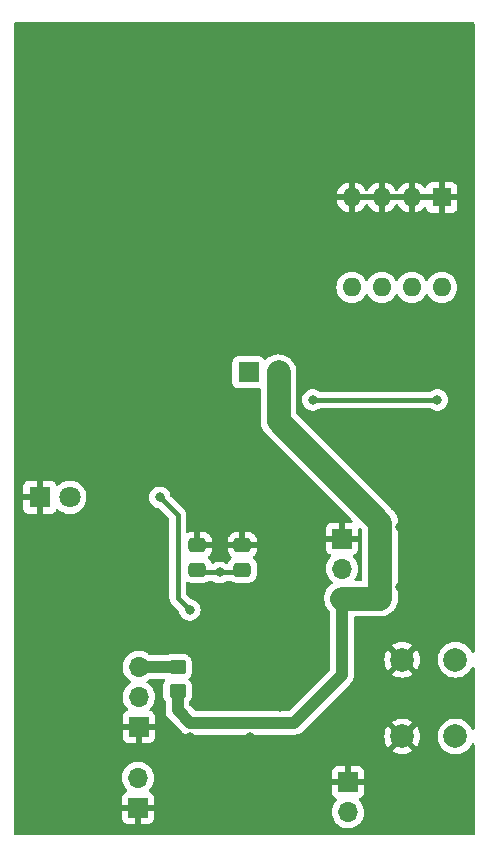
<source format=gbr>
%TF.GenerationSoftware,KiCad,Pcbnew,(6.0.0)*%
%TF.CreationDate,2022-10-14T23:46:23+01:00*%
%TF.ProjectId,MIDIPresetController,4d494449-5072-4657-9365-74436f6e7472,rev?*%
%TF.SameCoordinates,Original*%
%TF.FileFunction,Copper,L2,Bot*%
%TF.FilePolarity,Positive*%
%FSLAX46Y46*%
G04 Gerber Fmt 4.6, Leading zero omitted, Abs format (unit mm)*
G04 Created by KiCad (PCBNEW (6.0.0)) date 2022-10-14 23:46:23*
%MOMM*%
%LPD*%
G01*
G04 APERTURE LIST*
G04 Aperture macros list*
%AMRoundRect*
0 Rectangle with rounded corners*
0 $1 Rounding radius*
0 $2 $3 $4 $5 $6 $7 $8 $9 X,Y pos of 4 corners*
0 Add a 4 corners polygon primitive as box body*
4,1,4,$2,$3,$4,$5,$6,$7,$8,$9,$2,$3,0*
0 Add four circle primitives for the rounded corners*
1,1,$1+$1,$2,$3*
1,1,$1+$1,$4,$5*
1,1,$1+$1,$6,$7*
1,1,$1+$1,$8,$9*
0 Add four rect primitives between the rounded corners*
20,1,$1+$1,$2,$3,$4,$5,0*
20,1,$1+$1,$4,$5,$6,$7,0*
20,1,$1+$1,$6,$7,$8,$9,0*
20,1,$1+$1,$8,$9,$2,$3,0*%
G04 Aperture macros list end*
%TA.AperFunction,ComponentPad*%
%ADD10R,1.800000X1.800000*%
%TD*%
%TA.AperFunction,ComponentPad*%
%ADD11C,1.800000*%
%TD*%
%TA.AperFunction,ComponentPad*%
%ADD12R,1.700000X1.700000*%
%TD*%
%TA.AperFunction,ComponentPad*%
%ADD13O,1.700000X1.700000*%
%TD*%
%TA.AperFunction,ComponentPad*%
%ADD14C,2.000000*%
%TD*%
%TA.AperFunction,ComponentPad*%
%ADD15R,1.600000X1.600000*%
%TD*%
%TA.AperFunction,ComponentPad*%
%ADD16O,1.600000X1.600000*%
%TD*%
%TA.AperFunction,SMDPad,CuDef*%
%ADD17RoundRect,0.250000X-0.450000X0.350000X-0.450000X-0.350000X0.450000X-0.350000X0.450000X0.350000X0*%
%TD*%
%TA.AperFunction,SMDPad,CuDef*%
%ADD18RoundRect,0.250000X0.475000X-0.337500X0.475000X0.337500X-0.475000X0.337500X-0.475000X-0.337500X0*%
%TD*%
%TA.AperFunction,ViaPad*%
%ADD19C,0.800000*%
%TD*%
%TA.AperFunction,Conductor*%
%ADD20C,1.000000*%
%TD*%
%TA.AperFunction,Conductor*%
%ADD21C,0.400000*%
%TD*%
%TA.AperFunction,Conductor*%
%ADD22C,2.000000*%
%TD*%
G04 APERTURE END LIST*
D10*
%TO.P,D1,1,K*%
%TO.N,GND*%
X124455000Y-102616000D03*
D11*
%TO.P,D1,2,A*%
%TO.N,Net-(D1-Pad2)*%
X126995000Y-102616000D03*
%TD*%
D12*
%TO.P,J4,1,Pin_1*%
%TO.N,GND*%
X132772000Y-128910000D03*
D13*
%TO.P,J4,2,Pin_2*%
%TO.N,/Microcontroller/EXT_DOWN_PRESET_SW*%
X132772000Y-126370000D03*
%TD*%
D12*
%TO.P,J5,1,Pin_1*%
%TO.N,GND*%
X150555000Y-126725388D03*
D13*
%TO.P,J5,2,Pin_2*%
%TO.N,/Microcontroller/EXT_UP_PRESET_SW*%
X150555000Y-129265388D03*
%TD*%
D12*
%TO.P,J2,1,Pin_1*%
%TO.N,GND*%
X132842000Y-122047000D03*
D13*
%TO.P,J2,2,Pin_2*%
%TO.N,Net-(J2-Pad2)*%
X132842000Y-119507000D03*
%TO.P,J2,3,Pin_3*%
%TO.N,Net-(J2-Pad3)*%
X132842000Y-116967000D03*
%TD*%
D14*
%TO.P,SW1,1,A*%
%TO.N,/Microcontroller/NRST*%
X159653800Y-116358600D03*
X159653800Y-122858600D03*
%TO.P,SW1,2,B*%
%TO.N,GND*%
X155153800Y-122858600D03*
X155153800Y-116358600D03*
%TD*%
D12*
%TO.P,JP1,1,A*%
%TO.N,GND*%
X150051791Y-106103500D03*
D13*
%TO.P,JP1,2,C*%
%TO.N,/Microcontroller/BOOT0*%
X150051791Y-108643500D03*
%TO.P,JP1,3,B*%
%TO.N,+3V3*%
X150051791Y-111183500D03*
%TD*%
D15*
%TO.P,SW2,1*%
%TO.N,GND*%
X158496000Y-77216000D03*
D16*
%TO.P,SW2,2*%
X155956000Y-77216000D03*
%TO.P,SW2,3*%
X153416000Y-77216000D03*
%TO.P,SW2,4*%
X150876000Y-77216000D03*
%TO.P,SW2,5*%
%TO.N,/Microcontroller/EXT_MIDI_CH_BIT4*%
X150876000Y-84836000D03*
%TO.P,SW2,6*%
%TO.N,/Microcontroller/EXT_MIDI_CH_BIT3*%
X153416000Y-84836000D03*
%TO.P,SW2,7*%
%TO.N,/Microcontroller/EXT_MIDI_CH_BIT2*%
X155956000Y-84836000D03*
%TO.P,SW2,8*%
%TO.N,/Microcontroller/EXT_MIDI_CH_BIT1*%
X158496000Y-84836000D03*
%TD*%
D12*
%TO.P,J1,1,Pin_1*%
%TO.N,Net-(BT1-Pad1)*%
X142133400Y-92021544D03*
D13*
%TO.P,J1,2,Pin_2*%
%TO.N,+3V3*%
X144673400Y-92021544D03*
%TD*%
D17*
%TO.P,R2,1*%
%TO.N,Net-(J2-Pad3)*%
X136118600Y-116973600D03*
%TO.P,R2,2*%
%TO.N,+3V3*%
X136118600Y-118973600D03*
%TD*%
D18*
%TO.P,C3,1*%
%TO.N,+3V3*%
X141605000Y-108733500D03*
%TO.P,C3,2*%
%TO.N,GND*%
X141605000Y-106658500D03*
%TD*%
%TO.P,C2,1*%
%TO.N,+3V3*%
X137795000Y-108733500D03*
%TO.P,C2,2*%
%TO.N,GND*%
X137795000Y-106658500D03*
%TD*%
D19*
%TO.N,+3V3*%
X145288000Y-121666000D03*
%TO.N,GND*%
X149860000Y-79756000D03*
X152400000Y-82296000D03*
X154940000Y-79756000D03*
X157480000Y-82296000D03*
X160020000Y-79756000D03*
X160020000Y-72136000D03*
X160020000Y-67056000D03*
X157480000Y-69596000D03*
X152400000Y-69596000D03*
X147320000Y-74676000D03*
X147320000Y-82296000D03*
X137160000Y-87376000D03*
X139700000Y-84836000D03*
X139700000Y-74676000D03*
X139700000Y-69596000D03*
X137160000Y-72136000D03*
X124460000Y-64516000D03*
X127000000Y-67056000D03*
X124460000Y-69596000D03*
X127000000Y-72136000D03*
X124460000Y-74676000D03*
X124460000Y-79756000D03*
X124460000Y-84836000D03*
X127000000Y-89916000D03*
X160020000Y-110236000D03*
X160020000Y-105156000D03*
X154940000Y-105156000D03*
X157480000Y-107696000D03*
X154940000Y-110236000D03*
X144780000Y-110236000D03*
X147320000Y-112776000D03*
X132080000Y-115316000D03*
X129540000Y-117856000D03*
X129540000Y-128016000D03*
X129540000Y-122936000D03*
X134620000Y-120396000D03*
X134620000Y-125476000D03*
X137160000Y-122936000D03*
X144780000Y-120396000D03*
X142240000Y-117856000D03*
X142240000Y-122936000D03*
X144780000Y-125476000D03*
X144780000Y-130556000D03*
X139700000Y-130556000D03*
X142240000Y-128016000D03*
X139700000Y-125476000D03*
X157271000Y-118065000D03*
X154940000Y-120396000D03*
X157480000Y-122936000D03*
X160020000Y-130556000D03*
X160020000Y-125476000D03*
X154940000Y-130556000D03*
X157480000Y-128016000D03*
X152400000Y-128016000D03*
X154940000Y-125476000D03*
X160020000Y-100076000D03*
X160020000Y-94996000D03*
X157480000Y-97536000D03*
X154940000Y-100076000D03*
X147320000Y-107696000D03*
X144780000Y-105156000D03*
X147320000Y-102616000D03*
X142240000Y-94996000D03*
X137160000Y-100076000D03*
X139700000Y-97536000D03*
X137160000Y-94996000D03*
X137160000Y-115316000D03*
X134620000Y-112776000D03*
X132080000Y-110236000D03*
X134620000Y-107696000D03*
X132080000Y-105156000D03*
X127000000Y-105156000D03*
X134620000Y-97536000D03*
X132080000Y-100076000D03*
X129540000Y-97536000D03*
X127000000Y-94996000D03*
X124460000Y-92456000D03*
X124460000Y-97536000D03*
X129540000Y-107696000D03*
X124460000Y-107696000D03*
X127000000Y-115316000D03*
X127000000Y-125476000D03*
X127000000Y-130556000D03*
X124460000Y-128016000D03*
X124460000Y-122936000D03*
X127000000Y-120396000D03*
X124460000Y-117856000D03*
%TO.N,/Microcontroller/LPWR_MON_LED*%
X137160000Y-112141000D03*
%TO.N,+3V3*%
X136144000Y-120650000D03*
X139700000Y-108966000D03*
%TO.N,/Microcontroller/LPWR_MON_LED*%
X134620000Y-102616000D03*
%TO.N,GND*%
X155194000Y-91948000D03*
X158496000Y-91948000D03*
X148590000Y-91948000D03*
X151892000Y-91948000D03*
%TO.N,/Microcontroller/EXT_MIDI_CH_BIT1*%
X147574000Y-94361000D03*
X158115000Y-94361000D03*
%TD*%
D20*
%TO.N,+3V3*%
X150051791Y-117638809D02*
X150051791Y-111183500D01*
X145999200Y-121691400D02*
X150051791Y-117638809D01*
X137185400Y-121691400D02*
X145999200Y-121691400D01*
X136144000Y-120650000D02*
X137185400Y-121691400D01*
D21*
%TO.N,/Microcontroller/LPWR_MON_LED*%
X136144000Y-111125000D02*
X136144000Y-104140000D01*
X137160000Y-112141000D02*
X136144000Y-111125000D01*
X136144000Y-104140000D02*
X134620000Y-102616000D01*
%TO.N,+3V3*%
X136118600Y-120624600D02*
X136144000Y-120650000D01*
D20*
X136118600Y-118973600D02*
X136118600Y-120624600D01*
D21*
X138027500Y-108966000D02*
X137795000Y-108733500D01*
X139700000Y-108966000D02*
X138027500Y-108966000D01*
X141372500Y-108966000D02*
X141605000Y-108733500D01*
X139700000Y-108966000D02*
X141372500Y-108966000D01*
D22*
X144673400Y-96159400D02*
X153289000Y-104775000D01*
X153289000Y-104775000D02*
X153289000Y-111125000D01*
X153289000Y-111125000D02*
X153230500Y-111183500D01*
X153230500Y-111183500D02*
X150051791Y-111183500D01*
X144673400Y-92021544D02*
X144673400Y-96159400D01*
D20*
%TO.N,Net-(J2-Pad3)*%
X132816600Y-116957600D02*
X136102600Y-116957600D01*
D21*
%TO.N,/Microcontroller/EXT_MIDI_CH_BIT1*%
X147574000Y-94361000D02*
X158115000Y-94361000D01*
%TD*%
%TA.AperFunction,Conductor*%
%TO.N,GND*%
G36*
X161206721Y-62402402D02*
G01*
X161253214Y-62456058D01*
X161264600Y-62508400D01*
X161264600Y-115672068D01*
X161244598Y-115740189D01*
X161190942Y-115786682D01*
X161120668Y-115796786D01*
X161056088Y-115767292D01*
X161022191Y-115720286D01*
X161003935Y-115676211D01*
X161003933Y-115676207D01*
X161002040Y-115671637D01*
X160962570Y-115607228D01*
X160880559Y-115473398D01*
X160880555Y-115473392D01*
X160877976Y-115469184D01*
X160723769Y-115288631D01*
X160543216Y-115134424D01*
X160539008Y-115131845D01*
X160539002Y-115131841D01*
X160344983Y-115012946D01*
X160340763Y-115010360D01*
X160336193Y-115008467D01*
X160336189Y-115008465D01*
X160125967Y-114921389D01*
X160125965Y-114921388D01*
X160121394Y-114919495D01*
X160041191Y-114900240D01*
X159895324Y-114865220D01*
X159895318Y-114865219D01*
X159890511Y-114864065D01*
X159653800Y-114845435D01*
X159417089Y-114864065D01*
X159412282Y-114865219D01*
X159412276Y-114865220D01*
X159266409Y-114900240D01*
X159186206Y-114919495D01*
X159181635Y-114921388D01*
X159181633Y-114921389D01*
X158971411Y-115008465D01*
X158971407Y-115008467D01*
X158966837Y-115010360D01*
X158962617Y-115012946D01*
X158768598Y-115131841D01*
X158768592Y-115131845D01*
X158764384Y-115134424D01*
X158583831Y-115288631D01*
X158429624Y-115469184D01*
X158427045Y-115473392D01*
X158427041Y-115473398D01*
X158345030Y-115607228D01*
X158305560Y-115671637D01*
X158303667Y-115676207D01*
X158303665Y-115676211D01*
X158216589Y-115886433D01*
X158214695Y-115891006D01*
X158159265Y-116121889D01*
X158140635Y-116358600D01*
X158159265Y-116595311D01*
X158160419Y-116600118D01*
X158160420Y-116600124D01*
X158189922Y-116723008D01*
X158214695Y-116826194D01*
X158216588Y-116830765D01*
X158216589Y-116830767D01*
X158303572Y-117040763D01*
X158305560Y-117045563D01*
X158308146Y-117049783D01*
X158427041Y-117243802D01*
X158427045Y-117243808D01*
X158429624Y-117248016D01*
X158583831Y-117428569D01*
X158764384Y-117582776D01*
X158768592Y-117585355D01*
X158768598Y-117585359D01*
X158931788Y-117685362D01*
X158966837Y-117706840D01*
X158971407Y-117708733D01*
X158971411Y-117708735D01*
X159181633Y-117795811D01*
X159186206Y-117797705D01*
X159266409Y-117816960D01*
X159412276Y-117851980D01*
X159412282Y-117851981D01*
X159417089Y-117853135D01*
X159653800Y-117871765D01*
X159890511Y-117853135D01*
X159895318Y-117851981D01*
X159895324Y-117851980D01*
X160041191Y-117816960D01*
X160121394Y-117797705D01*
X160125967Y-117795811D01*
X160336189Y-117708735D01*
X160336193Y-117708733D01*
X160340763Y-117706840D01*
X160375812Y-117685362D01*
X160539002Y-117585359D01*
X160539008Y-117585355D01*
X160543216Y-117582776D01*
X160723769Y-117428569D01*
X160877976Y-117248016D01*
X160880555Y-117243808D01*
X160880559Y-117243802D01*
X160999454Y-117049783D01*
X161002040Y-117045563D01*
X161004029Y-117040763D01*
X161022191Y-116996914D01*
X161066739Y-116941633D01*
X161134103Y-116919212D01*
X161202894Y-116936770D01*
X161251272Y-116988732D01*
X161264600Y-117045132D01*
X161264600Y-122172068D01*
X161244598Y-122240189D01*
X161190942Y-122286682D01*
X161120668Y-122296786D01*
X161056088Y-122267292D01*
X161022191Y-122220286D01*
X161003935Y-122176211D01*
X161003933Y-122176207D01*
X161002040Y-122171637D01*
X160999454Y-122167417D01*
X160880559Y-121973398D01*
X160880555Y-121973392D01*
X160877976Y-121969184D01*
X160744768Y-121813218D01*
X160726977Y-121792387D01*
X160723769Y-121788631D01*
X160543216Y-121634424D01*
X160539008Y-121631845D01*
X160539002Y-121631841D01*
X160344983Y-121512946D01*
X160340763Y-121510360D01*
X160336193Y-121508467D01*
X160336189Y-121508465D01*
X160125967Y-121421389D01*
X160125965Y-121421388D01*
X160121394Y-121419495D01*
X160041191Y-121400240D01*
X159895324Y-121365220D01*
X159895318Y-121365219D01*
X159890511Y-121364065D01*
X159653800Y-121345435D01*
X159417089Y-121364065D01*
X159412282Y-121365219D01*
X159412276Y-121365220D01*
X159266409Y-121400240D01*
X159186206Y-121419495D01*
X159181635Y-121421388D01*
X159181633Y-121421389D01*
X158971411Y-121508465D01*
X158971407Y-121508467D01*
X158966837Y-121510360D01*
X158962617Y-121512946D01*
X158768598Y-121631841D01*
X158768592Y-121631845D01*
X158764384Y-121634424D01*
X158583831Y-121788631D01*
X158580623Y-121792387D01*
X158562832Y-121813218D01*
X158429624Y-121969184D01*
X158427045Y-121973392D01*
X158427041Y-121973398D01*
X158308146Y-122167417D01*
X158305560Y-122171637D01*
X158303667Y-122176207D01*
X158303665Y-122176211D01*
X158216589Y-122386433D01*
X158214695Y-122391006D01*
X158202706Y-122440945D01*
X158168201Y-122584669D01*
X158159265Y-122621889D01*
X158140635Y-122858600D01*
X158159265Y-123095311D01*
X158214695Y-123326194D01*
X158216588Y-123330765D01*
X158216589Y-123330767D01*
X158303572Y-123540763D01*
X158305560Y-123545563D01*
X158308146Y-123549783D01*
X158427041Y-123743802D01*
X158427045Y-123743808D01*
X158429624Y-123748016D01*
X158583831Y-123928569D01*
X158764384Y-124082776D01*
X158768592Y-124085355D01*
X158768598Y-124085359D01*
X158961884Y-124203805D01*
X158966837Y-124206840D01*
X158971407Y-124208733D01*
X158971411Y-124208735D01*
X159181633Y-124295811D01*
X159186206Y-124297705D01*
X159266409Y-124316960D01*
X159412276Y-124351980D01*
X159412282Y-124351981D01*
X159417089Y-124353135D01*
X159653800Y-124371765D01*
X159890511Y-124353135D01*
X159895318Y-124351981D01*
X159895324Y-124351980D01*
X160041191Y-124316960D01*
X160121394Y-124297705D01*
X160125967Y-124295811D01*
X160336189Y-124208735D01*
X160336193Y-124208733D01*
X160340763Y-124206840D01*
X160345716Y-124203805D01*
X160539002Y-124085359D01*
X160539008Y-124085355D01*
X160543216Y-124082776D01*
X160723769Y-123928569D01*
X160877976Y-123748016D01*
X160880555Y-123743808D01*
X160880559Y-123743802D01*
X160999454Y-123549783D01*
X161002040Y-123545563D01*
X161004029Y-123540763D01*
X161022191Y-123496914D01*
X161066739Y-123441633D01*
X161134103Y-123419212D01*
X161202894Y-123436770D01*
X161251272Y-123488732D01*
X161264600Y-123545132D01*
X161264600Y-131090400D01*
X161244598Y-131158521D01*
X161190942Y-131205014D01*
X161138600Y-131216400D01*
X122401600Y-131216400D01*
X122333479Y-131196398D01*
X122286986Y-131142742D01*
X122275600Y-131090400D01*
X122275600Y-129804669D01*
X131414001Y-129804669D01*
X131414371Y-129811490D01*
X131419895Y-129862352D01*
X131423521Y-129877604D01*
X131468676Y-129998054D01*
X131477214Y-130013649D01*
X131553715Y-130115724D01*
X131566276Y-130128285D01*
X131668351Y-130204786D01*
X131683946Y-130213324D01*
X131804394Y-130258478D01*
X131819649Y-130262105D01*
X131870514Y-130267631D01*
X131877328Y-130268000D01*
X132499885Y-130268000D01*
X132515124Y-130263525D01*
X132516329Y-130262135D01*
X132518000Y-130254452D01*
X132518000Y-130249884D01*
X133026000Y-130249884D01*
X133030475Y-130265123D01*
X133031865Y-130266328D01*
X133039548Y-130267999D01*
X133666669Y-130267999D01*
X133673490Y-130267629D01*
X133724352Y-130262105D01*
X133739604Y-130258479D01*
X133860054Y-130213324D01*
X133875649Y-130204786D01*
X133977724Y-130128285D01*
X133990285Y-130115724D01*
X134066786Y-130013649D01*
X134075324Y-129998054D01*
X134120478Y-129877606D01*
X134124105Y-129862351D01*
X134129631Y-129811486D01*
X134130000Y-129804672D01*
X134130000Y-129232083D01*
X149192251Y-129232083D01*
X149192548Y-129237236D01*
X149192548Y-129237239D01*
X149198011Y-129331978D01*
X149205110Y-129455103D01*
X149206247Y-129460149D01*
X149206248Y-129460155D01*
X149226119Y-129548327D01*
X149254222Y-129673027D01*
X149338266Y-129880004D01*
X149454987Y-130070476D01*
X149601250Y-130239326D01*
X149773126Y-130382020D01*
X149966000Y-130494726D01*
X150174692Y-130574418D01*
X150179760Y-130575449D01*
X150179763Y-130575450D01*
X150287017Y-130597271D01*
X150393597Y-130618955D01*
X150398772Y-130619145D01*
X150398774Y-130619145D01*
X150611673Y-130626952D01*
X150611677Y-130626952D01*
X150616837Y-130627141D01*
X150621957Y-130626485D01*
X150621959Y-130626485D01*
X150833288Y-130599413D01*
X150833289Y-130599413D01*
X150838416Y-130598756D01*
X150843366Y-130597271D01*
X151047429Y-130536049D01*
X151047434Y-130536047D01*
X151052384Y-130534562D01*
X151252994Y-130436284D01*
X151434860Y-130306561D01*
X151487152Y-130254452D01*
X151589435Y-130152525D01*
X151593096Y-130148877D01*
X151652594Y-130066077D01*
X151720435Y-129971665D01*
X151723453Y-129967465D01*
X151803912Y-129804669D01*
X151820136Y-129771841D01*
X151820137Y-129771839D01*
X151822430Y-129767199D01*
X151887370Y-129553457D01*
X151916529Y-129331978D01*
X151918156Y-129265388D01*
X151899852Y-129042749D01*
X151845431Y-128826090D01*
X151756354Y-128621228D01*
X151635014Y-128433665D01*
X151631540Y-128429847D01*
X151631533Y-128429838D01*
X151487435Y-128271476D01*
X151456383Y-128207630D01*
X151464779Y-128137132D01*
X151509956Y-128082364D01*
X151536400Y-128068695D01*
X151643052Y-128028713D01*
X151658649Y-128020174D01*
X151760724Y-127943673D01*
X151773285Y-127931112D01*
X151849786Y-127829037D01*
X151858324Y-127813442D01*
X151903478Y-127692994D01*
X151907105Y-127677739D01*
X151912631Y-127626874D01*
X151913000Y-127620060D01*
X151913000Y-126997503D01*
X151908525Y-126982264D01*
X151907135Y-126981059D01*
X151899452Y-126979388D01*
X149215116Y-126979388D01*
X149199877Y-126983863D01*
X149198672Y-126985253D01*
X149197001Y-126992936D01*
X149197001Y-127620057D01*
X149197371Y-127626878D01*
X149202895Y-127677740D01*
X149206521Y-127692992D01*
X149251676Y-127813442D01*
X149260214Y-127829037D01*
X149336715Y-127931112D01*
X149349276Y-127943673D01*
X149451351Y-128020174D01*
X149466946Y-128028712D01*
X149575827Y-128069530D01*
X149632591Y-128112172D01*
X149657291Y-128178733D01*
X149642083Y-128248082D01*
X149622691Y-128274563D01*
X149499200Y-128403789D01*
X149495629Y-128407526D01*
X149369743Y-128592068D01*
X149275688Y-128794693D01*
X149215989Y-129009958D01*
X149192251Y-129232083D01*
X134130000Y-129232083D01*
X134130000Y-129182115D01*
X134125525Y-129166876D01*
X134124135Y-129165671D01*
X134116452Y-129164000D01*
X133044115Y-129164000D01*
X133028876Y-129168475D01*
X133027671Y-129169865D01*
X133026000Y-129177548D01*
X133026000Y-130249884D01*
X132518000Y-130249884D01*
X132518000Y-129182115D01*
X132513525Y-129166876D01*
X132512135Y-129165671D01*
X132504452Y-129164000D01*
X131432116Y-129164000D01*
X131416877Y-129168475D01*
X131415672Y-129169865D01*
X131414001Y-129177548D01*
X131414001Y-129804669D01*
X122275600Y-129804669D01*
X122275600Y-126336695D01*
X131409251Y-126336695D01*
X131409548Y-126341848D01*
X131409548Y-126341851D01*
X131415011Y-126436590D01*
X131422110Y-126559715D01*
X131423247Y-126564761D01*
X131423248Y-126564767D01*
X131443119Y-126652939D01*
X131471222Y-126777639D01*
X131555266Y-126984616D01*
X131671987Y-127175088D01*
X131818250Y-127343938D01*
X131822225Y-127347238D01*
X131822231Y-127347244D01*
X131827425Y-127351556D01*
X131867059Y-127410460D01*
X131868555Y-127481441D01*
X131831439Y-127541962D01*
X131791168Y-127566480D01*
X131683946Y-127606676D01*
X131668351Y-127615214D01*
X131566276Y-127691715D01*
X131553715Y-127704276D01*
X131477214Y-127806351D01*
X131468676Y-127821946D01*
X131423522Y-127942394D01*
X131419895Y-127957649D01*
X131414369Y-128008514D01*
X131414000Y-128015328D01*
X131414000Y-128637885D01*
X131418475Y-128653124D01*
X131419865Y-128654329D01*
X131427548Y-128656000D01*
X134111884Y-128656000D01*
X134127123Y-128651525D01*
X134128328Y-128650135D01*
X134129999Y-128642452D01*
X134129999Y-128015331D01*
X134129629Y-128008510D01*
X134124105Y-127957648D01*
X134120479Y-127942396D01*
X134075324Y-127821946D01*
X134066786Y-127806351D01*
X133990285Y-127704276D01*
X133977724Y-127691715D01*
X133875649Y-127615214D01*
X133860054Y-127606676D01*
X133749813Y-127565348D01*
X133693049Y-127522706D01*
X133668349Y-127456145D01*
X133683557Y-127386796D01*
X133705104Y-127358115D01*
X133806430Y-127257144D01*
X133806440Y-127257132D01*
X133810096Y-127253489D01*
X133869594Y-127170689D01*
X133937435Y-127076277D01*
X133940453Y-127072077D01*
X133986263Y-126979388D01*
X134037136Y-126876453D01*
X134037137Y-126876451D01*
X134039430Y-126871811D01*
X134104370Y-126658069D01*
X134131333Y-126453273D01*
X149197000Y-126453273D01*
X149201475Y-126468512D01*
X149202865Y-126469717D01*
X149210548Y-126471388D01*
X150282885Y-126471388D01*
X150298124Y-126466913D01*
X150299329Y-126465523D01*
X150301000Y-126457840D01*
X150301000Y-126453273D01*
X150809000Y-126453273D01*
X150813475Y-126468512D01*
X150814865Y-126469717D01*
X150822548Y-126471388D01*
X151894884Y-126471388D01*
X151910123Y-126466913D01*
X151911328Y-126465523D01*
X151912999Y-126457840D01*
X151912999Y-125830719D01*
X151912629Y-125823898D01*
X151907105Y-125773036D01*
X151903479Y-125757784D01*
X151858324Y-125637334D01*
X151849786Y-125621739D01*
X151773285Y-125519664D01*
X151760724Y-125507103D01*
X151658649Y-125430602D01*
X151643054Y-125422064D01*
X151522606Y-125376910D01*
X151507351Y-125373283D01*
X151456486Y-125367757D01*
X151449672Y-125367388D01*
X150827115Y-125367388D01*
X150811876Y-125371863D01*
X150810671Y-125373253D01*
X150809000Y-125380936D01*
X150809000Y-126453273D01*
X150301000Y-126453273D01*
X150301000Y-125385504D01*
X150296525Y-125370265D01*
X150295135Y-125369060D01*
X150287452Y-125367389D01*
X149660331Y-125367389D01*
X149653510Y-125367759D01*
X149602648Y-125373283D01*
X149587396Y-125376909D01*
X149466946Y-125422064D01*
X149451351Y-125430602D01*
X149349276Y-125507103D01*
X149336715Y-125519664D01*
X149260214Y-125621739D01*
X149251676Y-125637334D01*
X149206522Y-125757782D01*
X149202895Y-125773037D01*
X149197369Y-125823902D01*
X149197000Y-125830716D01*
X149197000Y-126453273D01*
X134131333Y-126453273D01*
X134133529Y-126436590D01*
X134135156Y-126370000D01*
X134116852Y-126147361D01*
X134062431Y-125930702D01*
X133973354Y-125725840D01*
X133852014Y-125538277D01*
X133701670Y-125373051D01*
X133697619Y-125369852D01*
X133697615Y-125369848D01*
X133530414Y-125237800D01*
X133530410Y-125237798D01*
X133526359Y-125234598D01*
X133330789Y-125126638D01*
X133325920Y-125124914D01*
X133325916Y-125124912D01*
X133125087Y-125053795D01*
X133125083Y-125053794D01*
X133120212Y-125052069D01*
X133115119Y-125051162D01*
X133115116Y-125051161D01*
X132905373Y-125013800D01*
X132905367Y-125013799D01*
X132900284Y-125012894D01*
X132826452Y-125011992D01*
X132682081Y-125010228D01*
X132682079Y-125010228D01*
X132676911Y-125010165D01*
X132456091Y-125043955D01*
X132243756Y-125113357D01*
X132045607Y-125216507D01*
X132041474Y-125219610D01*
X132041471Y-125219612D01*
X132017247Y-125237800D01*
X131866965Y-125350635D01*
X131850603Y-125367757D01*
X131717441Y-125507103D01*
X131712629Y-125512138D01*
X131586743Y-125696680D01*
X131492688Y-125899305D01*
X131432989Y-126114570D01*
X131409251Y-126336695D01*
X122275600Y-126336695D01*
X122275600Y-124091270D01*
X154285960Y-124091270D01*
X154291687Y-124098920D01*
X154462842Y-124203805D01*
X154471637Y-124208287D01*
X154681788Y-124295334D01*
X154691173Y-124298383D01*
X154912354Y-124351485D01*
X154922101Y-124353028D01*
X155148870Y-124370875D01*
X155158730Y-124370875D01*
X155385499Y-124353028D01*
X155395246Y-124351485D01*
X155616427Y-124298383D01*
X155625812Y-124295334D01*
X155835963Y-124208287D01*
X155844758Y-124203805D01*
X156012245Y-124101168D01*
X156021707Y-124090710D01*
X156017924Y-124081934D01*
X155166612Y-123230622D01*
X155152668Y-123223008D01*
X155150835Y-123223139D01*
X155144220Y-123227390D01*
X154292720Y-124078890D01*
X154285960Y-124091270D01*
X122275600Y-124091270D01*
X122275600Y-122941669D01*
X131484001Y-122941669D01*
X131484371Y-122948490D01*
X131489895Y-122999352D01*
X131493521Y-123014604D01*
X131538676Y-123135054D01*
X131547214Y-123150649D01*
X131623715Y-123252724D01*
X131636276Y-123265285D01*
X131738351Y-123341786D01*
X131753946Y-123350324D01*
X131874394Y-123395478D01*
X131889649Y-123399105D01*
X131940514Y-123404631D01*
X131947328Y-123405000D01*
X132569885Y-123405000D01*
X132585124Y-123400525D01*
X132586329Y-123399135D01*
X132588000Y-123391452D01*
X132588000Y-123386884D01*
X133096000Y-123386884D01*
X133100475Y-123402123D01*
X133101865Y-123403328D01*
X133109548Y-123404999D01*
X133736669Y-123404999D01*
X133743490Y-123404629D01*
X133794352Y-123399105D01*
X133809604Y-123395479D01*
X133930054Y-123350324D01*
X133945649Y-123341786D01*
X134047724Y-123265285D01*
X134060285Y-123252724D01*
X134136786Y-123150649D01*
X134145324Y-123135054D01*
X134190478Y-123014606D01*
X134194105Y-122999351D01*
X134199631Y-122948486D01*
X134200000Y-122941672D01*
X134200000Y-122863530D01*
X153641525Y-122863530D01*
X153659372Y-123090299D01*
X153660915Y-123100046D01*
X153714017Y-123321227D01*
X153717066Y-123330612D01*
X153804113Y-123540763D01*
X153808595Y-123549558D01*
X153911232Y-123717045D01*
X153921690Y-123726507D01*
X153930466Y-123722724D01*
X154781778Y-122871412D01*
X154788156Y-122859732D01*
X155518208Y-122859732D01*
X155518339Y-122861565D01*
X155522590Y-122868180D01*
X156374090Y-123719680D01*
X156386470Y-123726440D01*
X156394120Y-123720713D01*
X156499005Y-123549558D01*
X156503487Y-123540763D01*
X156590534Y-123330612D01*
X156593583Y-123321227D01*
X156646685Y-123100046D01*
X156648228Y-123090299D01*
X156666075Y-122863530D01*
X156666075Y-122853670D01*
X156648228Y-122626901D01*
X156646685Y-122617154D01*
X156593583Y-122395973D01*
X156590534Y-122386588D01*
X156503487Y-122176437D01*
X156499005Y-122167642D01*
X156396368Y-122000155D01*
X156385910Y-121990693D01*
X156377134Y-121994476D01*
X155525822Y-122845788D01*
X155518208Y-122859732D01*
X154788156Y-122859732D01*
X154789392Y-122857468D01*
X154789261Y-122855635D01*
X154785010Y-122849020D01*
X153933510Y-121997520D01*
X153921130Y-121990760D01*
X153913480Y-121996487D01*
X153808595Y-122167642D01*
X153804113Y-122176437D01*
X153717066Y-122386588D01*
X153714017Y-122395973D01*
X153660915Y-122617154D01*
X153659372Y-122626901D01*
X153641525Y-122853670D01*
X153641525Y-122863530D01*
X134200000Y-122863530D01*
X134200000Y-122319115D01*
X134195525Y-122303876D01*
X134194135Y-122302671D01*
X134186452Y-122301000D01*
X133114115Y-122301000D01*
X133098876Y-122305475D01*
X133097671Y-122306865D01*
X133096000Y-122314548D01*
X133096000Y-123386884D01*
X132588000Y-123386884D01*
X132588000Y-122319115D01*
X132583525Y-122303876D01*
X132582135Y-122302671D01*
X132574452Y-122301000D01*
X131502116Y-122301000D01*
X131486877Y-122305475D01*
X131485672Y-122306865D01*
X131484001Y-122314548D01*
X131484001Y-122941669D01*
X122275600Y-122941669D01*
X122275600Y-119473695D01*
X131479251Y-119473695D01*
X131479548Y-119478848D01*
X131479548Y-119478851D01*
X131489634Y-119653776D01*
X131492110Y-119696715D01*
X131493247Y-119701761D01*
X131493248Y-119701767D01*
X131513119Y-119789939D01*
X131541222Y-119914639D01*
X131625266Y-120121616D01*
X131741987Y-120312088D01*
X131888250Y-120480938D01*
X131892225Y-120484238D01*
X131892231Y-120484244D01*
X131897425Y-120488556D01*
X131937059Y-120547460D01*
X131938555Y-120618441D01*
X131901439Y-120678962D01*
X131861168Y-120703480D01*
X131753946Y-120743676D01*
X131738351Y-120752214D01*
X131636276Y-120828715D01*
X131623715Y-120841276D01*
X131547214Y-120943351D01*
X131538676Y-120958946D01*
X131493522Y-121079394D01*
X131489895Y-121094649D01*
X131484369Y-121145514D01*
X131484000Y-121152328D01*
X131484000Y-121774885D01*
X131488475Y-121790124D01*
X131489865Y-121791329D01*
X131497548Y-121793000D01*
X134181884Y-121793000D01*
X134197123Y-121788525D01*
X134198328Y-121787135D01*
X134199999Y-121779452D01*
X134199999Y-121152331D01*
X134199629Y-121145510D01*
X134194105Y-121094648D01*
X134190479Y-121079396D01*
X134145324Y-120958946D01*
X134136786Y-120943351D01*
X134060285Y-120841276D01*
X134047724Y-120828715D01*
X133945649Y-120752214D01*
X133930054Y-120743676D01*
X133819813Y-120702348D01*
X133763049Y-120659706D01*
X133738349Y-120593145D01*
X133753557Y-120523796D01*
X133775104Y-120495115D01*
X133876430Y-120394144D01*
X133876440Y-120394132D01*
X133880096Y-120390489D01*
X133939594Y-120307689D01*
X134007435Y-120213277D01*
X134010453Y-120209077D01*
X134109430Y-120008811D01*
X134169779Y-119810181D01*
X134172865Y-119800023D01*
X134172865Y-119800021D01*
X134174370Y-119795069D01*
X134203529Y-119573590D01*
X134205156Y-119507000D01*
X134186852Y-119284361D01*
X134132431Y-119067702D01*
X134043354Y-118862840D01*
X133922014Y-118675277D01*
X133771670Y-118510051D01*
X133767619Y-118506852D01*
X133767615Y-118506848D01*
X133600414Y-118374800D01*
X133600410Y-118374798D01*
X133596359Y-118371598D01*
X133555053Y-118348796D01*
X133505084Y-118298364D01*
X133490312Y-118228921D01*
X133515428Y-118162516D01*
X133542780Y-118135909D01*
X133586603Y-118104650D01*
X133721860Y-118008173D01*
X133727205Y-118002846D01*
X133728054Y-118002385D01*
X133729474Y-118001185D01*
X133729722Y-118001478D01*
X133789579Y-117968932D01*
X133816143Y-117966100D01*
X134957154Y-117966100D01*
X135025275Y-117986102D01*
X135071768Y-118039758D01*
X135081872Y-118110032D01*
X135064415Y-118158215D01*
X135031312Y-118211916D01*
X134987455Y-118283066D01*
X134976485Y-118300862D01*
X134920803Y-118468739D01*
X134910100Y-118573200D01*
X134910100Y-119374000D01*
X134910437Y-119377246D01*
X134910437Y-119377250D01*
X134919912Y-119468562D01*
X134921074Y-119479766D01*
X134923255Y-119486302D01*
X134923255Y-119486304D01*
X134951259Y-119570240D01*
X134977050Y-119647546D01*
X135070122Y-119797948D01*
X135075304Y-119803121D01*
X135079849Y-119808855D01*
X135078176Y-119810181D01*
X135107198Y-119863225D01*
X135110100Y-119890111D01*
X135110100Y-120674369D01*
X135110400Y-120677425D01*
X135110400Y-120677432D01*
X135110550Y-120678962D01*
X135124520Y-120821433D01*
X135126302Y-120827334D01*
X135126302Y-120827336D01*
X135130237Y-120840368D01*
X135181684Y-121010769D01*
X135274534Y-121185396D01*
X135344891Y-121271662D01*
X135395640Y-121333887D01*
X135395643Y-121333890D01*
X135399535Y-121338662D01*
X135404282Y-121342589D01*
X135404284Y-121342591D01*
X135434862Y-121367887D01*
X135443642Y-121375877D01*
X136428545Y-122360779D01*
X136437647Y-122370922D01*
X136461368Y-122400425D01*
X136466096Y-122404392D01*
X136499821Y-122432691D01*
X136503469Y-122435872D01*
X136505281Y-122437515D01*
X136507475Y-122439709D01*
X136540749Y-122467042D01*
X136541547Y-122467704D01*
X136612874Y-122527554D01*
X136617544Y-122530122D01*
X136621661Y-122533503D01*
X136641479Y-122544129D01*
X136703486Y-122577377D01*
X136704645Y-122578006D01*
X136780781Y-122619862D01*
X136780789Y-122619865D01*
X136786187Y-122622833D01*
X136791269Y-122624445D01*
X136795963Y-122626962D01*
X136884931Y-122654162D01*
X136885959Y-122654482D01*
X136974706Y-122682635D01*
X136980002Y-122683229D01*
X136985098Y-122684787D01*
X137077657Y-122694190D01*
X137078793Y-122694311D01*
X137112408Y-122698081D01*
X137125130Y-122699508D01*
X137125134Y-122699508D01*
X137128627Y-122699900D01*
X137132154Y-122699900D01*
X137133139Y-122699955D01*
X137138819Y-122700402D01*
X137168225Y-122703389D01*
X137175737Y-122704152D01*
X137175739Y-122704152D01*
X137181862Y-122704774D01*
X137227508Y-122700459D01*
X137239367Y-122699900D01*
X145937357Y-122699900D01*
X145950964Y-122700637D01*
X145982462Y-122704059D01*
X145982467Y-122704059D01*
X145988588Y-122704724D01*
X146014838Y-122702427D01*
X146038588Y-122700350D01*
X146043414Y-122700021D01*
X146045886Y-122699900D01*
X146048969Y-122699900D01*
X146060938Y-122698726D01*
X146091706Y-122695710D01*
X146093019Y-122695588D01*
X146137284Y-122691715D01*
X146185613Y-122687487D01*
X146190732Y-122686000D01*
X146196033Y-122685480D01*
X146285034Y-122658609D01*
X146286167Y-122658274D01*
X146369614Y-122634030D01*
X146369618Y-122634028D01*
X146375536Y-122632309D01*
X146380268Y-122629856D01*
X146385369Y-122628316D01*
X146392373Y-122624592D01*
X146467460Y-122584669D01*
X146468626Y-122584057D01*
X146545653Y-122544129D01*
X146551126Y-122541292D01*
X146555289Y-122537969D01*
X146559996Y-122535466D01*
X146632118Y-122476645D01*
X146632974Y-122475954D01*
X146672173Y-122444662D01*
X146674677Y-122442158D01*
X146675395Y-122441516D01*
X146679728Y-122437815D01*
X146713262Y-122410465D01*
X146742488Y-122375137D01*
X146750477Y-122366358D01*
X147490345Y-121626490D01*
X154285893Y-121626490D01*
X154289676Y-121635266D01*
X155140988Y-122486578D01*
X155154932Y-122494192D01*
X155156765Y-122494061D01*
X155163380Y-122489810D01*
X156014880Y-121638310D01*
X156021640Y-121625930D01*
X156015913Y-121618280D01*
X155844758Y-121513395D01*
X155835963Y-121508913D01*
X155625812Y-121421866D01*
X155616427Y-121418817D01*
X155395246Y-121365715D01*
X155385499Y-121364172D01*
X155158730Y-121346325D01*
X155148870Y-121346325D01*
X154922101Y-121364172D01*
X154912354Y-121365715D01*
X154691173Y-121418817D01*
X154681788Y-121421866D01*
X154471637Y-121508913D01*
X154462842Y-121513395D01*
X154295355Y-121616032D01*
X154285893Y-121626490D01*
X147490345Y-121626490D01*
X150721170Y-118395664D01*
X150731313Y-118386562D01*
X150756009Y-118366706D01*
X150760816Y-118362841D01*
X150793083Y-118324387D01*
X150796263Y-118320740D01*
X150797906Y-118318928D01*
X150800100Y-118316734D01*
X150827433Y-118283460D01*
X150828139Y-118282609D01*
X150873189Y-118228921D01*
X150887945Y-118211335D01*
X150890513Y-118206665D01*
X150893894Y-118202548D01*
X150937768Y-118120723D01*
X150938397Y-118119564D01*
X150980253Y-118043428D01*
X150980256Y-118043420D01*
X150983224Y-118038022D01*
X150984836Y-118032940D01*
X150987353Y-118028246D01*
X151014553Y-117939278D01*
X151014899Y-117938167D01*
X151015260Y-117937031D01*
X151043026Y-117849503D01*
X151043620Y-117844207D01*
X151045178Y-117839111D01*
X151054581Y-117746552D01*
X151054702Y-117745416D01*
X151060291Y-117695582D01*
X151060291Y-117692055D01*
X151060346Y-117691070D01*
X151060793Y-117685390D01*
X151065165Y-117642347D01*
X151060850Y-117596700D01*
X151060594Y-117591270D01*
X154285960Y-117591270D01*
X154291687Y-117598920D01*
X154462842Y-117703805D01*
X154471637Y-117708287D01*
X154681788Y-117795334D01*
X154691173Y-117798383D01*
X154912354Y-117851485D01*
X154922101Y-117853028D01*
X155148870Y-117870875D01*
X155158730Y-117870875D01*
X155385499Y-117853028D01*
X155395246Y-117851485D01*
X155616427Y-117798383D01*
X155625812Y-117795334D01*
X155835963Y-117708287D01*
X155844758Y-117703805D01*
X156012245Y-117601168D01*
X156021707Y-117590710D01*
X156017924Y-117581934D01*
X155166612Y-116730622D01*
X155152668Y-116723008D01*
X155150835Y-116723139D01*
X155144220Y-116727390D01*
X154292720Y-117578890D01*
X154285960Y-117591270D01*
X151060594Y-117591270D01*
X151060291Y-117584842D01*
X151060291Y-116363530D01*
X153641525Y-116363530D01*
X153659372Y-116590299D01*
X153660915Y-116600046D01*
X153714017Y-116821227D01*
X153717066Y-116830612D01*
X153804113Y-117040763D01*
X153808595Y-117049558D01*
X153911232Y-117217045D01*
X153921690Y-117226507D01*
X153930466Y-117222724D01*
X154781778Y-116371412D01*
X154788156Y-116359732D01*
X155518208Y-116359732D01*
X155518339Y-116361565D01*
X155522590Y-116368180D01*
X156374090Y-117219680D01*
X156386470Y-117226440D01*
X156394120Y-117220713D01*
X156499005Y-117049558D01*
X156503487Y-117040763D01*
X156590534Y-116830612D01*
X156593583Y-116821227D01*
X156646685Y-116600046D01*
X156648228Y-116590299D01*
X156666075Y-116363530D01*
X156666075Y-116353670D01*
X156648228Y-116126901D01*
X156646685Y-116117154D01*
X156593583Y-115895973D01*
X156590534Y-115886588D01*
X156503487Y-115676437D01*
X156499005Y-115667642D01*
X156396368Y-115500155D01*
X156385910Y-115490693D01*
X156377134Y-115494476D01*
X155525822Y-116345788D01*
X155518208Y-116359732D01*
X154788156Y-116359732D01*
X154789392Y-116357468D01*
X154789261Y-116355635D01*
X154785010Y-116349020D01*
X153933510Y-115497520D01*
X153921130Y-115490760D01*
X153913480Y-115496487D01*
X153808595Y-115667642D01*
X153804113Y-115676437D01*
X153717066Y-115886588D01*
X153714017Y-115895973D01*
X153660915Y-116117154D01*
X153659372Y-116126901D01*
X153641525Y-116353670D01*
X153641525Y-116363530D01*
X151060291Y-116363530D01*
X151060291Y-115126490D01*
X154285893Y-115126490D01*
X154289676Y-115135266D01*
X155140988Y-115986578D01*
X155154932Y-115994192D01*
X155156765Y-115994061D01*
X155163380Y-115989810D01*
X156014880Y-115138310D01*
X156021640Y-115125930D01*
X156015913Y-115118280D01*
X155844758Y-115013395D01*
X155835963Y-115008913D01*
X155625812Y-114921866D01*
X155616427Y-114918817D01*
X155395246Y-114865715D01*
X155385499Y-114864172D01*
X155158730Y-114846325D01*
X155148870Y-114846325D01*
X154922101Y-114864172D01*
X154912354Y-114865715D01*
X154691173Y-114918817D01*
X154681788Y-114921866D01*
X154471637Y-115008913D01*
X154462842Y-115013395D01*
X154295355Y-115116032D01*
X154285893Y-115126490D01*
X151060291Y-115126490D01*
X151060291Y-112818000D01*
X151080293Y-112749879D01*
X151133949Y-112703386D01*
X151186291Y-112692000D01*
X153206484Y-112692000D01*
X153210002Y-112692049D01*
X153304650Y-112694693D01*
X153304653Y-112694693D01*
X153309705Y-112694834D01*
X153387598Y-112684441D01*
X153394139Y-112683742D01*
X153422832Y-112681433D01*
X153467423Y-112677846D01*
X153467427Y-112677845D01*
X153472465Y-112677440D01*
X153504378Y-112669601D01*
X153517758Y-112667074D01*
X153550320Y-112662729D01*
X153555161Y-112661268D01*
X153555163Y-112661267D01*
X153625529Y-112640022D01*
X153631892Y-112638281D01*
X153708206Y-112619537D01*
X153738452Y-112606699D01*
X153751263Y-112602061D01*
X153777862Y-112594030D01*
X153782708Y-112592567D01*
X153787256Y-112590349D01*
X153787263Y-112590346D01*
X153853318Y-112558129D01*
X153859320Y-112555393D01*
X153904004Y-112536425D01*
X153931656Y-112524688D01*
X153959456Y-112507181D01*
X153971360Y-112500555D01*
X154000888Y-112486154D01*
X154065100Y-112440857D01*
X154070586Y-112437199D01*
X154132786Y-112398029D01*
X154132787Y-112398028D01*
X154137067Y-112395333D01*
X154140856Y-112391992D01*
X154140862Y-112391988D01*
X154161717Y-112373602D01*
X154172412Y-112365156D01*
X154175850Y-112362731D01*
X154199247Y-112346226D01*
X154209125Y-112337206D01*
X154219687Y-112327562D01*
X154219695Y-112327554D01*
X154220750Y-112326591D01*
X154260466Y-112286875D01*
X154266236Y-112281456D01*
X154315362Y-112238146D01*
X154319155Y-112234802D01*
X154322365Y-112230894D01*
X154342619Y-112206236D01*
X154353411Y-112194662D01*
X154410002Y-112141147D01*
X154413681Y-112137668D01*
X154461418Y-112075231D01*
X154465531Y-112070132D01*
X154516470Y-112010280D01*
X154519089Y-112005955D01*
X154519093Y-112005950D01*
X154533491Y-111982176D01*
X154541163Y-111970929D01*
X154561120Y-111944826D01*
X154598247Y-111875584D01*
X154601510Y-111869863D01*
X154639602Y-111806966D01*
X154639603Y-111806965D01*
X154642220Y-111802643D01*
X154654534Y-111772166D01*
X154660303Y-111759850D01*
X154675831Y-111730891D01*
X154701423Y-111656567D01*
X154703718Y-111650429D01*
X154731258Y-111582267D01*
X154731259Y-111582263D01*
X154733155Y-111577571D01*
X154740432Y-111545539D01*
X154744163Y-111532441D01*
X154754862Y-111501369D01*
X154768243Y-111423900D01*
X154769526Y-111417482D01*
X154774429Y-111395904D01*
X154786935Y-111340856D01*
X154788999Y-111308047D01*
X154790585Y-111294547D01*
X154796179Y-111262164D01*
X154797125Y-111241341D01*
X154797436Y-111234494D01*
X154797436Y-111234475D01*
X154797500Y-111233075D01*
X154797500Y-111176893D01*
X154797749Y-111168981D01*
X154801860Y-111103642D01*
X154802178Y-111098588D01*
X154798101Y-111057009D01*
X154797500Y-111044713D01*
X154797500Y-104799002D01*
X154797549Y-104795483D01*
X154800193Y-104700850D01*
X154800193Y-104700847D01*
X154800334Y-104695795D01*
X154789941Y-104617902D01*
X154789241Y-104611353D01*
X154783346Y-104538077D01*
X154783345Y-104538073D01*
X154782940Y-104533035D01*
X154775101Y-104501122D01*
X154772573Y-104487738D01*
X154768898Y-104460194D01*
X154768229Y-104455180D01*
X154761675Y-104433471D01*
X154745522Y-104379971D01*
X154743781Y-104373608D01*
X154726244Y-104302209D01*
X154725037Y-104297294D01*
X154712199Y-104267048D01*
X154707561Y-104254237D01*
X154699530Y-104227638D01*
X154698067Y-104222792D01*
X154695849Y-104218244D01*
X154695846Y-104218237D01*
X154663629Y-104152182D01*
X154660893Y-104146180D01*
X154632162Y-104078495D01*
X154630188Y-104073844D01*
X154612681Y-104046044D01*
X154606052Y-104034134D01*
X154602678Y-104027216D01*
X154591654Y-104004612D01*
X154546357Y-103940400D01*
X154542699Y-103934914D01*
X154503529Y-103872714D01*
X154503528Y-103872713D01*
X154500833Y-103868433D01*
X154497492Y-103864644D01*
X154497488Y-103864638D01*
X154479102Y-103843783D01*
X154470656Y-103833088D01*
X154466356Y-103826993D01*
X154451726Y-103806253D01*
X154432091Y-103784750D01*
X154392375Y-103745034D01*
X154386956Y-103739264D01*
X154343650Y-103690142D01*
X154343647Y-103690139D01*
X154340302Y-103686345D01*
X154317992Y-103668019D01*
X154308011Y-103659821D01*
X154298892Y-103651551D01*
X146218805Y-95571464D01*
X146184779Y-95509152D01*
X146181900Y-95482369D01*
X146181900Y-94361000D01*
X146660496Y-94361000D01*
X146680458Y-94550928D01*
X146739473Y-94732556D01*
X146834960Y-94897944D01*
X146962747Y-95039866D01*
X147117248Y-95152118D01*
X147123276Y-95154802D01*
X147123278Y-95154803D01*
X147285681Y-95227109D01*
X147291712Y-95229794D01*
X147385113Y-95249647D01*
X147472056Y-95268128D01*
X147472061Y-95268128D01*
X147478513Y-95269500D01*
X147669487Y-95269500D01*
X147675939Y-95268128D01*
X147675944Y-95268128D01*
X147762887Y-95249647D01*
X147856288Y-95229794D01*
X147862319Y-95227109D01*
X148024722Y-95154803D01*
X148024724Y-95154802D01*
X148030752Y-95152118D01*
X148111344Y-95093564D01*
X148178211Y-95069706D01*
X148185405Y-95069500D01*
X157503595Y-95069500D01*
X157571716Y-95089502D01*
X157577656Y-95093564D01*
X157658248Y-95152118D01*
X157664276Y-95154802D01*
X157664278Y-95154803D01*
X157826681Y-95227109D01*
X157832712Y-95229794D01*
X157926113Y-95249647D01*
X158013056Y-95268128D01*
X158013061Y-95268128D01*
X158019513Y-95269500D01*
X158210487Y-95269500D01*
X158216939Y-95268128D01*
X158216944Y-95268128D01*
X158303887Y-95249647D01*
X158397288Y-95229794D01*
X158403319Y-95227109D01*
X158565722Y-95154803D01*
X158565724Y-95154802D01*
X158571752Y-95152118D01*
X158726253Y-95039866D01*
X158854040Y-94897944D01*
X158949527Y-94732556D01*
X159008542Y-94550928D01*
X159028504Y-94361000D01*
X159008542Y-94171072D01*
X158949527Y-93989444D01*
X158854040Y-93824056D01*
X158726253Y-93682134D01*
X158571752Y-93569882D01*
X158565724Y-93567198D01*
X158565722Y-93567197D01*
X158403319Y-93494891D01*
X158403318Y-93494891D01*
X158397288Y-93492206D01*
X158303887Y-93472353D01*
X158216944Y-93453872D01*
X158216939Y-93453872D01*
X158210487Y-93452500D01*
X158019513Y-93452500D01*
X158013061Y-93453872D01*
X158013056Y-93453872D01*
X157926112Y-93472353D01*
X157832712Y-93492206D01*
X157826682Y-93494891D01*
X157826681Y-93494891D01*
X157664278Y-93567197D01*
X157664276Y-93567198D01*
X157658248Y-93569882D01*
X157652907Y-93573762D01*
X157652906Y-93573763D01*
X157577656Y-93628436D01*
X157510789Y-93652294D01*
X157503595Y-93652500D01*
X148185405Y-93652500D01*
X148117284Y-93632498D01*
X148111344Y-93628436D01*
X148036094Y-93573763D01*
X148036093Y-93573762D01*
X148030752Y-93569882D01*
X148024724Y-93567198D01*
X148024722Y-93567197D01*
X147862319Y-93494891D01*
X147862318Y-93494891D01*
X147856288Y-93492206D01*
X147762887Y-93472353D01*
X147675944Y-93453872D01*
X147675939Y-93453872D01*
X147669487Y-93452500D01*
X147478513Y-93452500D01*
X147472061Y-93453872D01*
X147472056Y-93453872D01*
X147385112Y-93472353D01*
X147291712Y-93492206D01*
X147285682Y-93494891D01*
X147285681Y-93494891D01*
X147123278Y-93567197D01*
X147123276Y-93567198D01*
X147117248Y-93569882D01*
X146962747Y-93682134D01*
X146834960Y-93824056D01*
X146739473Y-93989444D01*
X146680458Y-94171072D01*
X146660496Y-94361000D01*
X146181900Y-94361000D01*
X146181900Y-91960543D01*
X146167340Y-91779579D01*
X146109437Y-91543838D01*
X146014588Y-91320388D01*
X145966419Y-91243898D01*
X145887928Y-91119256D01*
X145887926Y-91119253D01*
X145885233Y-91114977D01*
X145759791Y-90972690D01*
X145728050Y-90936686D01*
X145728047Y-90936683D01*
X145724702Y-90932889D01*
X145618399Y-90845571D01*
X145541028Y-90782018D01*
X145541025Y-90782016D01*
X145537122Y-90778810D01*
X145407737Y-90703506D01*
X145331690Y-90659245D01*
X145331688Y-90659244D01*
X145327322Y-90656703D01*
X145193125Y-90605190D01*
X145105422Y-90571524D01*
X145105418Y-90571523D01*
X145100698Y-90569711D01*
X145095748Y-90568677D01*
X145095745Y-90568676D01*
X144868031Y-90521104D01*
X144868027Y-90521104D01*
X144863080Y-90520070D01*
X144620583Y-90509058D01*
X144615563Y-90509639D01*
X144615559Y-90509639D01*
X144384471Y-90536377D01*
X144384467Y-90536378D01*
X144379444Y-90536959D01*
X144374580Y-90538335D01*
X144374577Y-90538336D01*
X144267358Y-90568676D01*
X144145868Y-90603054D01*
X144141292Y-90605188D01*
X144141286Y-90605190D01*
X143930446Y-90703506D01*
X143930442Y-90703508D01*
X143925864Y-90705643D01*
X143921683Y-90708484D01*
X143921682Y-90708485D01*
X143895446Y-90726315D01*
X143725093Y-90842088D01*
X143721414Y-90845567D01*
X143721409Y-90845571D01*
X143621111Y-90940418D01*
X143557873Y-90972690D01*
X143487226Y-90965650D01*
X143433712Y-90924435D01*
X143369864Y-90839242D01*
X143346661Y-90808283D01*
X143230105Y-90720929D01*
X143093716Y-90669799D01*
X143031534Y-90663044D01*
X141235266Y-90663044D01*
X141173084Y-90669799D01*
X141036695Y-90720929D01*
X140920139Y-90808283D01*
X140832785Y-90924839D01*
X140781655Y-91061228D01*
X140774900Y-91123410D01*
X140774900Y-92919678D01*
X140781655Y-92981860D01*
X140832785Y-93118249D01*
X140920139Y-93234805D01*
X141036695Y-93322159D01*
X141173084Y-93373289D01*
X141235266Y-93380044D01*
X143031534Y-93380044D01*
X143032536Y-93379935D01*
X143101188Y-93396118D01*
X143150515Y-93447180D01*
X143164900Y-93505645D01*
X143164900Y-96135384D01*
X143164851Y-96138902D01*
X143162066Y-96238605D01*
X143162735Y-96243619D01*
X143172458Y-96316486D01*
X143173158Y-96323039D01*
X143179460Y-96401365D01*
X143187297Y-96433270D01*
X143189826Y-96446658D01*
X143194171Y-96479220D01*
X143195632Y-96484061D01*
X143195633Y-96484063D01*
X143216878Y-96554429D01*
X143218619Y-96560790D01*
X143237363Y-96637106D01*
X143239341Y-96641766D01*
X143250201Y-96667351D01*
X143254838Y-96680161D01*
X143264333Y-96711608D01*
X143266551Y-96716156D01*
X143266554Y-96716163D01*
X143298771Y-96782218D01*
X143301507Y-96788220D01*
X143332212Y-96860556D01*
X143334904Y-96864830D01*
X143349719Y-96888356D01*
X143356345Y-96900260D01*
X143370746Y-96929788D01*
X143373665Y-96933925D01*
X143373665Y-96933926D01*
X143416041Y-96993997D01*
X143419701Y-96999486D01*
X143461567Y-97065967D01*
X143464908Y-97069756D01*
X143464912Y-97069762D01*
X143483298Y-97090617D01*
X143491744Y-97101312D01*
X143510674Y-97128147D01*
X143530309Y-97149650D01*
X143570025Y-97189366D01*
X143575444Y-97195136D01*
X143618750Y-97244258D01*
X143618753Y-97244261D01*
X143622098Y-97248055D01*
X143626012Y-97251270D01*
X143626013Y-97251271D01*
X143654387Y-97274578D01*
X143663507Y-97282848D01*
X150911063Y-104530405D01*
X150945089Y-104592717D01*
X150940024Y-104663532D01*
X150897477Y-104720368D01*
X150830957Y-104745179D01*
X150821968Y-104745500D01*
X150323906Y-104745500D01*
X150308667Y-104749975D01*
X150307462Y-104751365D01*
X150305791Y-104759048D01*
X150305791Y-105831385D01*
X150310266Y-105846624D01*
X150311656Y-105847829D01*
X150319339Y-105849500D01*
X151391675Y-105849500D01*
X151406914Y-105845025D01*
X151408119Y-105843635D01*
X151409790Y-105835952D01*
X151409790Y-105333322D01*
X151429792Y-105265201D01*
X151483448Y-105218708D01*
X151553722Y-105208604D01*
X151618302Y-105238098D01*
X151624885Y-105244227D01*
X151743595Y-105362937D01*
X151777621Y-105425249D01*
X151780500Y-105452032D01*
X151780500Y-109549000D01*
X151760498Y-109617121D01*
X151706842Y-109663614D01*
X151654500Y-109675000D01*
X151229227Y-109675000D01*
X151161106Y-109654998D01*
X151114613Y-109601342D01*
X151104509Y-109531068D01*
X151126904Y-109475474D01*
X151146224Y-109448588D01*
X151220244Y-109345577D01*
X151319221Y-109145311D01*
X151384161Y-108931569D01*
X151413320Y-108710090D01*
X151414947Y-108643500D01*
X151396643Y-108420861D01*
X151342222Y-108204202D01*
X151253145Y-107999340D01*
X151131805Y-107811777D01*
X151128331Y-107807959D01*
X151128324Y-107807950D01*
X150984226Y-107649588D01*
X150953174Y-107585742D01*
X150961570Y-107515244D01*
X151006747Y-107460476D01*
X151033191Y-107446807D01*
X151139843Y-107406825D01*
X151155440Y-107398286D01*
X151257515Y-107321785D01*
X151270076Y-107309224D01*
X151346577Y-107207149D01*
X151355115Y-107191554D01*
X151400269Y-107071106D01*
X151403896Y-107055851D01*
X151409422Y-107004986D01*
X151409791Y-106998172D01*
X151409791Y-106375615D01*
X151405316Y-106360376D01*
X151403926Y-106359171D01*
X151396243Y-106357500D01*
X148711907Y-106357500D01*
X148696668Y-106361975D01*
X148695463Y-106363365D01*
X148693792Y-106371048D01*
X148693792Y-106998169D01*
X148694162Y-107004990D01*
X148699686Y-107055852D01*
X148703312Y-107071104D01*
X148748467Y-107191554D01*
X148757005Y-107207149D01*
X148833506Y-107309224D01*
X148846067Y-107321785D01*
X148948142Y-107398286D01*
X148963737Y-107406824D01*
X149072618Y-107447642D01*
X149129382Y-107490284D01*
X149154082Y-107556845D01*
X149138874Y-107626194D01*
X149119482Y-107652675D01*
X149070545Y-107703885D01*
X148992420Y-107785638D01*
X148989506Y-107789910D01*
X148989505Y-107789911D01*
X148986330Y-107794565D01*
X148866534Y-107970180D01*
X148850794Y-108004090D01*
X148780193Y-108156187D01*
X148772479Y-108172805D01*
X148712780Y-108388070D01*
X148689042Y-108610195D01*
X148689339Y-108615348D01*
X148689339Y-108615351D01*
X148694802Y-108710090D01*
X148701901Y-108833215D01*
X148703038Y-108838261D01*
X148703039Y-108838267D01*
X148722910Y-108926439D01*
X148751013Y-109051139D01*
X148835057Y-109258116D01*
X148951778Y-109448588D01*
X149098041Y-109617438D01*
X149227347Y-109724790D01*
X149266982Y-109783691D01*
X149268480Y-109854672D01*
X149231366Y-109915195D01*
X149214005Y-109928353D01*
X149149503Y-109968972D01*
X149149500Y-109968974D01*
X149145224Y-109971667D01*
X149141430Y-109975012D01*
X148966933Y-110128850D01*
X148966930Y-110128853D01*
X148963136Y-110132198D01*
X148809057Y-110319778D01*
X148686950Y-110529578D01*
X148599958Y-110756202D01*
X148550317Y-110993820D01*
X148539305Y-111236317D01*
X148539886Y-111241337D01*
X148539886Y-111241341D01*
X148564684Y-111455656D01*
X148567206Y-111477456D01*
X148568582Y-111482320D01*
X148568583Y-111482323D01*
X148596864Y-111582267D01*
X148633301Y-111711032D01*
X148635435Y-111715608D01*
X148635437Y-111715614D01*
X148733753Y-111926454D01*
X148735890Y-111931036D01*
X148738731Y-111935217D01*
X148738732Y-111935218D01*
X148753967Y-111957635D01*
X148872335Y-112131807D01*
X148875812Y-112135484D01*
X148875813Y-112135485D01*
X149008840Y-112276158D01*
X149041111Y-112339396D01*
X149043291Y-112362731D01*
X149043291Y-117168884D01*
X149023289Y-117237005D01*
X149006386Y-117257979D01*
X145618371Y-120645995D01*
X145556059Y-120680021D01*
X145529276Y-120682900D01*
X137655326Y-120682900D01*
X137587205Y-120662898D01*
X137566231Y-120645996D01*
X137164005Y-120243771D01*
X137129980Y-120181458D01*
X137127100Y-120154675D01*
X137127100Y-119889906D01*
X137147102Y-119821785D01*
X137158283Y-119807898D01*
X137158196Y-119807829D01*
X137162734Y-119802083D01*
X137167905Y-119796903D01*
X137260715Y-119646338D01*
X137316397Y-119478461D01*
X137317412Y-119468562D01*
X137326772Y-119377198D01*
X137327100Y-119374000D01*
X137327100Y-118573200D01*
X137320548Y-118510051D01*
X137316838Y-118474292D01*
X137316837Y-118474288D01*
X137316126Y-118467434D01*
X137284153Y-118371598D01*
X137262468Y-118306602D01*
X137260150Y-118299654D01*
X137167078Y-118149252D01*
X137080491Y-118062816D01*
X137046412Y-118000534D01*
X137051415Y-117929714D01*
X137080336Y-117884625D01*
X137162734Y-117802083D01*
X137167905Y-117796903D01*
X137228205Y-117699079D01*
X137256875Y-117652568D01*
X137256876Y-117652566D01*
X137260715Y-117646338D01*
X137316397Y-117478461D01*
X137327100Y-117374000D01*
X137327100Y-116573200D01*
X137319122Y-116496305D01*
X137316838Y-116474292D01*
X137316837Y-116474288D01*
X137316126Y-116467434D01*
X137284091Y-116371412D01*
X137262468Y-116306602D01*
X137260150Y-116299654D01*
X137167078Y-116149252D01*
X137123151Y-116105401D01*
X137047083Y-116029466D01*
X137041903Y-116024295D01*
X136992855Y-115994061D01*
X136897568Y-115935325D01*
X136897566Y-115935324D01*
X136891338Y-115931485D01*
X136730854Y-115878255D01*
X136729989Y-115877968D01*
X136729987Y-115877968D01*
X136723461Y-115875803D01*
X136716625Y-115875103D01*
X136716622Y-115875102D01*
X136673569Y-115870691D01*
X136619000Y-115865100D01*
X135618200Y-115865100D01*
X135614954Y-115865437D01*
X135614950Y-115865437D01*
X135519292Y-115875362D01*
X135519288Y-115875363D01*
X135512434Y-115876074D01*
X135505898Y-115878255D01*
X135505896Y-115878255D01*
X135351598Y-115929733D01*
X135351596Y-115929734D01*
X135344654Y-115932050D01*
X135338430Y-115935902D01*
X135335654Y-115937202D01*
X135282205Y-115949100D01*
X133788897Y-115949100D01*
X133720776Y-115929098D01*
X133710805Y-115921982D01*
X133600414Y-115834800D01*
X133600410Y-115834798D01*
X133596359Y-115831598D01*
X133400789Y-115723638D01*
X133395920Y-115721914D01*
X133395916Y-115721912D01*
X133195087Y-115650795D01*
X133195083Y-115650794D01*
X133190212Y-115649069D01*
X133185119Y-115648162D01*
X133185116Y-115648161D01*
X132975373Y-115610800D01*
X132975367Y-115610799D01*
X132970284Y-115609894D01*
X132896452Y-115608992D01*
X132752081Y-115607228D01*
X132752079Y-115607228D01*
X132746911Y-115607165D01*
X132526091Y-115640955D01*
X132313756Y-115710357D01*
X132115607Y-115813507D01*
X132111474Y-115816610D01*
X132111471Y-115816612D01*
X131957722Y-115932050D01*
X131936965Y-115947635D01*
X131782629Y-116109138D01*
X131656743Y-116293680D01*
X131562688Y-116496305D01*
X131502989Y-116711570D01*
X131479251Y-116933695D01*
X131479548Y-116938848D01*
X131479548Y-116938851D01*
X131482424Y-116988732D01*
X131492110Y-117156715D01*
X131493247Y-117161761D01*
X131493248Y-117161767D01*
X131510204Y-117237005D01*
X131541222Y-117374639D01*
X131625266Y-117581616D01*
X131741987Y-117772088D01*
X131888250Y-117940938D01*
X132060126Y-118083632D01*
X132121617Y-118119564D01*
X132133445Y-118126476D01*
X132182169Y-118178114D01*
X132195240Y-118247897D01*
X132168509Y-118313669D01*
X132128055Y-118347027D01*
X132115607Y-118353507D01*
X132111474Y-118356610D01*
X132111471Y-118356612D01*
X131963870Y-118467434D01*
X131936965Y-118487635D01*
X131782629Y-118649138D01*
X131656743Y-118833680D01*
X131562688Y-119036305D01*
X131502989Y-119251570D01*
X131479251Y-119473695D01*
X122275600Y-119473695D01*
X122275600Y-103560669D01*
X123047001Y-103560669D01*
X123047371Y-103567490D01*
X123052895Y-103618352D01*
X123056521Y-103633604D01*
X123101676Y-103754054D01*
X123110214Y-103769649D01*
X123186715Y-103871724D01*
X123199276Y-103884285D01*
X123301351Y-103960786D01*
X123316946Y-103969324D01*
X123437394Y-104014478D01*
X123452649Y-104018105D01*
X123503514Y-104023631D01*
X123510328Y-104024000D01*
X124182885Y-104024000D01*
X124198124Y-104019525D01*
X124199329Y-104018135D01*
X124201000Y-104010452D01*
X124201000Y-104005884D01*
X124709000Y-104005884D01*
X124713475Y-104021123D01*
X124714865Y-104022328D01*
X124722548Y-104023999D01*
X125399669Y-104023999D01*
X125406490Y-104023629D01*
X125457352Y-104018105D01*
X125472604Y-104014479D01*
X125593054Y-103969324D01*
X125608649Y-103960786D01*
X125710724Y-103884285D01*
X125723285Y-103871724D01*
X125799786Y-103769649D01*
X125808324Y-103754054D01*
X125829773Y-103696840D01*
X125872415Y-103640075D01*
X125938977Y-103615376D01*
X126008325Y-103630584D01*
X126028240Y-103644126D01*
X126037184Y-103651551D01*
X126184349Y-103773730D01*
X126384322Y-103890584D01*
X126600694Y-103973209D01*
X126605760Y-103974240D01*
X126605761Y-103974240D01*
X126658846Y-103985040D01*
X126827656Y-104019385D01*
X126958324Y-104024176D01*
X127053949Y-104027683D01*
X127053953Y-104027683D01*
X127059113Y-104027872D01*
X127064233Y-104027216D01*
X127064235Y-104027216D01*
X127163668Y-104014478D01*
X127288847Y-103998442D01*
X127293795Y-103996957D01*
X127293802Y-103996956D01*
X127505747Y-103933369D01*
X127510690Y-103931886D01*
X127591236Y-103892427D01*
X127714049Y-103832262D01*
X127714052Y-103832260D01*
X127718684Y-103829991D01*
X127907243Y-103695494D01*
X128071303Y-103532005D01*
X128206458Y-103343917D01*
X128228782Y-103298749D01*
X128306784Y-103140922D01*
X128306785Y-103140920D01*
X128309078Y-103136280D01*
X128376408Y-102914671D01*
X128406640Y-102685041D01*
X128408327Y-102616000D01*
X133706496Y-102616000D01*
X133726458Y-102805928D01*
X133785473Y-102987556D01*
X133880960Y-103152944D01*
X134008747Y-103294866D01*
X134163248Y-103407118D01*
X134169276Y-103409802D01*
X134169278Y-103409803D01*
X134331681Y-103482109D01*
X134337712Y-103484794D01*
X134437895Y-103506089D01*
X134490568Y-103517285D01*
X134553467Y-103551437D01*
X135398596Y-104396567D01*
X135432621Y-104458879D01*
X135435500Y-104485662D01*
X135435500Y-111096088D01*
X135435208Y-111104658D01*
X135431275Y-111162352D01*
X135432580Y-111169829D01*
X135432580Y-111169830D01*
X135442261Y-111225299D01*
X135443223Y-111231821D01*
X135450898Y-111295242D01*
X135453581Y-111302343D01*
X135454222Y-111304952D01*
X135458685Y-111321262D01*
X135459450Y-111323798D01*
X135460757Y-111331284D01*
X135463811Y-111338241D01*
X135486442Y-111389795D01*
X135488933Y-111395899D01*
X135511513Y-111455656D01*
X135515817Y-111461919D01*
X135517054Y-111464285D01*
X135525299Y-111479097D01*
X135526632Y-111481351D01*
X135529685Y-111488305D01*
X135568498Y-111538885D01*
X135568579Y-111538991D01*
X135572459Y-111544332D01*
X135604339Y-111590720D01*
X135604344Y-111590725D01*
X135608643Y-111596981D01*
X135614313Y-111602032D01*
X135614314Y-111602034D01*
X135655170Y-111638435D01*
X135660446Y-111643416D01*
X136225335Y-112208305D01*
X136259361Y-112270617D01*
X136261550Y-112284228D01*
X136266458Y-112330928D01*
X136268498Y-112337205D01*
X136268498Y-112337207D01*
X136277579Y-112365156D01*
X136325473Y-112512556D01*
X136420960Y-112677944D01*
X136425378Y-112682851D01*
X136425379Y-112682852D01*
X136426418Y-112684006D01*
X136548747Y-112819866D01*
X136703248Y-112932118D01*
X136709276Y-112934802D01*
X136709278Y-112934803D01*
X136871681Y-113007109D01*
X136877712Y-113009794D01*
X136971112Y-113029647D01*
X137058056Y-113048128D01*
X137058061Y-113048128D01*
X137064513Y-113049500D01*
X137255487Y-113049500D01*
X137261939Y-113048128D01*
X137261944Y-113048128D01*
X137348888Y-113029647D01*
X137442288Y-113009794D01*
X137448319Y-113007109D01*
X137610722Y-112934803D01*
X137610724Y-112934802D01*
X137616752Y-112932118D01*
X137771253Y-112819866D01*
X137893582Y-112684006D01*
X137894621Y-112682852D01*
X137894622Y-112682851D01*
X137899040Y-112677944D01*
X137994527Y-112512556D01*
X138053542Y-112330928D01*
X138059299Y-112276158D01*
X138072814Y-112147565D01*
X138073504Y-112141000D01*
X138053542Y-111951072D01*
X137994527Y-111769444D01*
X137899040Y-111604056D01*
X137794818Y-111488305D01*
X137775675Y-111467045D01*
X137775674Y-111467044D01*
X137771253Y-111462134D01*
X137616752Y-111349882D01*
X137610724Y-111347198D01*
X137610722Y-111347197D01*
X137448319Y-111274891D01*
X137448318Y-111274891D01*
X137442288Y-111272206D01*
X137305589Y-111243150D01*
X137289431Y-111239715D01*
X137226533Y-111205563D01*
X136889405Y-110868435D01*
X136855379Y-110806123D01*
X136852500Y-110779340D01*
X136852500Y-109889642D01*
X136872502Y-109821521D01*
X136926158Y-109775028D01*
X136996432Y-109764924D01*
X137018167Y-109770049D01*
X137158611Y-109816632D01*
X137158613Y-109816632D01*
X137165139Y-109818797D01*
X137171975Y-109819497D01*
X137171978Y-109819498D01*
X137215031Y-109823909D01*
X137269600Y-109829500D01*
X138320400Y-109829500D01*
X138323646Y-109829163D01*
X138323650Y-109829163D01*
X138419308Y-109819238D01*
X138419312Y-109819237D01*
X138426166Y-109818526D01*
X138432702Y-109816345D01*
X138432704Y-109816345D01*
X138571469Y-109770049D01*
X138593946Y-109762550D01*
X138705762Y-109693356D01*
X138772065Y-109674500D01*
X139088595Y-109674500D01*
X139156716Y-109694502D01*
X139162656Y-109698564D01*
X139243248Y-109757118D01*
X139249276Y-109759802D01*
X139249278Y-109759803D01*
X139405821Y-109829500D01*
X139417712Y-109834794D01*
X139511113Y-109854647D01*
X139598056Y-109873128D01*
X139598061Y-109873128D01*
X139604513Y-109874500D01*
X139795487Y-109874500D01*
X139801939Y-109873128D01*
X139801944Y-109873128D01*
X139888887Y-109854647D01*
X139982288Y-109834794D01*
X139994179Y-109829500D01*
X140150722Y-109759803D01*
X140150724Y-109759802D01*
X140156752Y-109757118D01*
X140237344Y-109698564D01*
X140304211Y-109674706D01*
X140311405Y-109674500D01*
X140627789Y-109674500D01*
X140693905Y-109693240D01*
X140800090Y-109758694D01*
X140807262Y-109763115D01*
X140843179Y-109775028D01*
X140968611Y-109816632D01*
X140968613Y-109816632D01*
X140975139Y-109818797D01*
X140981975Y-109819497D01*
X140981978Y-109819498D01*
X141025031Y-109823909D01*
X141079600Y-109829500D01*
X142130400Y-109829500D01*
X142133646Y-109829163D01*
X142133650Y-109829163D01*
X142229308Y-109819238D01*
X142229312Y-109819237D01*
X142236166Y-109818526D01*
X142242702Y-109816345D01*
X142242704Y-109816345D01*
X142381469Y-109770049D01*
X142403946Y-109762550D01*
X142554348Y-109669478D01*
X142679305Y-109544303D01*
X142738305Y-109448588D01*
X142768275Y-109399968D01*
X142768276Y-109399966D01*
X142772115Y-109393738D01*
X142827797Y-109225861D01*
X142838500Y-109121400D01*
X142838500Y-108345600D01*
X142827526Y-108239834D01*
X142817313Y-108209220D01*
X142773868Y-108079002D01*
X142771550Y-108072054D01*
X142678478Y-107921652D01*
X142553303Y-107796695D01*
X142548765Y-107793898D01*
X142508176Y-107736647D01*
X142504946Y-107665724D01*
X142540572Y-107604313D01*
X142549068Y-107596938D01*
X142559207Y-107588902D01*
X142673739Y-107474171D01*
X142682751Y-107462760D01*
X142767816Y-107324757D01*
X142773963Y-107311576D01*
X142825138Y-107157290D01*
X142828005Y-107143914D01*
X142837672Y-107049562D01*
X142838000Y-107043146D01*
X142838000Y-106930615D01*
X142833525Y-106915376D01*
X142832135Y-106914171D01*
X142824452Y-106912500D01*
X140390116Y-106912500D01*
X140374877Y-106916975D01*
X140373672Y-106918365D01*
X140372001Y-106926048D01*
X140372001Y-107043095D01*
X140372338Y-107049614D01*
X140382257Y-107145206D01*
X140385149Y-107158600D01*
X140436588Y-107312784D01*
X140442761Y-107325962D01*
X140528063Y-107463807D01*
X140537099Y-107475208D01*
X140651828Y-107589738D01*
X140660762Y-107596794D01*
X140701823Y-107654712D01*
X140705053Y-107725635D01*
X140669426Y-107787046D01*
X140661593Y-107793846D01*
X140655652Y-107797522D01*
X140530695Y-107922697D01*
X140526855Y-107928927D01*
X140526854Y-107928928D01*
X140486132Y-107994992D01*
X140437885Y-108073262D01*
X140429053Y-108099891D01*
X140410380Y-108156187D01*
X140369949Y-108214547D01*
X140304385Y-108241784D01*
X140234504Y-108229251D01*
X140216726Y-108218456D01*
X140162094Y-108178763D01*
X140162093Y-108178762D01*
X140156752Y-108174882D01*
X140150724Y-108172198D01*
X140150722Y-108172197D01*
X139988319Y-108099891D01*
X139988318Y-108099891D01*
X139982288Y-108097206D01*
X139863958Y-108072054D01*
X139801944Y-108058872D01*
X139801939Y-108058872D01*
X139795487Y-108057500D01*
X139604513Y-108057500D01*
X139598061Y-108058872D01*
X139598056Y-108058872D01*
X139536042Y-108072054D01*
X139417712Y-108097206D01*
X139411682Y-108099891D01*
X139411681Y-108099891D01*
X139249278Y-108172197D01*
X139249276Y-108172198D01*
X139243248Y-108174882D01*
X139237907Y-108178762D01*
X139237906Y-108178763D01*
X139183274Y-108218456D01*
X139116407Y-108242314D01*
X139047255Y-108226234D01*
X138997775Y-108175320D01*
X138989690Y-108156397D01*
X138963870Y-108079007D01*
X138963868Y-108079002D01*
X138961550Y-108072054D01*
X138868478Y-107921652D01*
X138743303Y-107796695D01*
X138738765Y-107793898D01*
X138698176Y-107736647D01*
X138694946Y-107665724D01*
X138730572Y-107604313D01*
X138739068Y-107596938D01*
X138749207Y-107588902D01*
X138863739Y-107474171D01*
X138872751Y-107462760D01*
X138957816Y-107324757D01*
X138963963Y-107311576D01*
X139015138Y-107157290D01*
X139018005Y-107143914D01*
X139027672Y-107049562D01*
X139028000Y-107043146D01*
X139028000Y-106930615D01*
X139023525Y-106915376D01*
X139022135Y-106914171D01*
X139014452Y-106912500D01*
X137667000Y-106912500D01*
X137598879Y-106892498D01*
X137552386Y-106838842D01*
X137541000Y-106786500D01*
X137541000Y-106386385D01*
X138049000Y-106386385D01*
X138053475Y-106401624D01*
X138054865Y-106402829D01*
X138062548Y-106404500D01*
X139009884Y-106404500D01*
X139025123Y-106400025D01*
X139026328Y-106398635D01*
X139027999Y-106390952D01*
X139027999Y-106386385D01*
X140372000Y-106386385D01*
X140376475Y-106401624D01*
X140377865Y-106402829D01*
X140385548Y-106404500D01*
X141332885Y-106404500D01*
X141348124Y-106400025D01*
X141349329Y-106398635D01*
X141351000Y-106390952D01*
X141351000Y-106386385D01*
X141859000Y-106386385D01*
X141863475Y-106401624D01*
X141864865Y-106402829D01*
X141872548Y-106404500D01*
X142819884Y-106404500D01*
X142835123Y-106400025D01*
X142836328Y-106398635D01*
X142837999Y-106390952D01*
X142837999Y-106273905D01*
X142837662Y-106267386D01*
X142827743Y-106171794D01*
X142824851Y-106158400D01*
X142773412Y-106004216D01*
X142767239Y-105991038D01*
X142681937Y-105853193D01*
X142672901Y-105841792D01*
X142662476Y-105831385D01*
X148693791Y-105831385D01*
X148698266Y-105846624D01*
X148699656Y-105847829D01*
X148707339Y-105849500D01*
X149779676Y-105849500D01*
X149794915Y-105845025D01*
X149796120Y-105843635D01*
X149797791Y-105835952D01*
X149797791Y-104763616D01*
X149793316Y-104748377D01*
X149791926Y-104747172D01*
X149784243Y-104745501D01*
X149157122Y-104745501D01*
X149150301Y-104745871D01*
X149099439Y-104751395D01*
X149084187Y-104755021D01*
X148963737Y-104800176D01*
X148948142Y-104808714D01*
X148846067Y-104885215D01*
X148833506Y-104897776D01*
X148757005Y-104999851D01*
X148748467Y-105015446D01*
X148703313Y-105135894D01*
X148699686Y-105151149D01*
X148694160Y-105202014D01*
X148693791Y-105208828D01*
X148693791Y-105831385D01*
X142662476Y-105831385D01*
X142558171Y-105727261D01*
X142546760Y-105718249D01*
X142408757Y-105633184D01*
X142395576Y-105627037D01*
X142241290Y-105575862D01*
X142227914Y-105572995D01*
X142133562Y-105563328D01*
X142127145Y-105563000D01*
X141877115Y-105563000D01*
X141861876Y-105567475D01*
X141860671Y-105568865D01*
X141859000Y-105576548D01*
X141859000Y-106386385D01*
X141351000Y-106386385D01*
X141351000Y-105581116D01*
X141346525Y-105565877D01*
X141345135Y-105564672D01*
X141337452Y-105563001D01*
X141082905Y-105563001D01*
X141076386Y-105563338D01*
X140980794Y-105573257D01*
X140967400Y-105576149D01*
X140813216Y-105627588D01*
X140800038Y-105633761D01*
X140662193Y-105719063D01*
X140650792Y-105728099D01*
X140536261Y-105842829D01*
X140527249Y-105854240D01*
X140442184Y-105992243D01*
X140436037Y-106005424D01*
X140384862Y-106159710D01*
X140381995Y-106173086D01*
X140372328Y-106267438D01*
X140372000Y-106273855D01*
X140372000Y-106386385D01*
X139027999Y-106386385D01*
X139027999Y-106273905D01*
X139027662Y-106267386D01*
X139017743Y-106171794D01*
X139014851Y-106158400D01*
X138963412Y-106004216D01*
X138957239Y-105991038D01*
X138871937Y-105853193D01*
X138862901Y-105841792D01*
X138748171Y-105727261D01*
X138736760Y-105718249D01*
X138598757Y-105633184D01*
X138585576Y-105627037D01*
X138431290Y-105575862D01*
X138417914Y-105572995D01*
X138323562Y-105563328D01*
X138317145Y-105563000D01*
X138067115Y-105563000D01*
X138051876Y-105567475D01*
X138050671Y-105568865D01*
X138049000Y-105576548D01*
X138049000Y-106386385D01*
X137541000Y-106386385D01*
X137541000Y-105581116D01*
X137536525Y-105565877D01*
X137535135Y-105564672D01*
X137527452Y-105563001D01*
X137272905Y-105563001D01*
X137266386Y-105563338D01*
X137170794Y-105573257D01*
X137157397Y-105576150D01*
X137018375Y-105622530D01*
X136947426Y-105625114D01*
X136886342Y-105588930D01*
X136854518Y-105525466D01*
X136852500Y-105503006D01*
X136852500Y-104168911D01*
X136852792Y-104160342D01*
X136856209Y-104110223D01*
X136856209Y-104110219D01*
X136856725Y-104102647D01*
X136845736Y-104039685D01*
X136844777Y-104033182D01*
X136844135Y-104027872D01*
X136837102Y-103969758D01*
X136834416Y-103962649D01*
X136833784Y-103960078D01*
X136829324Y-103943772D01*
X136828549Y-103941204D01*
X136827242Y-103933716D01*
X136801561Y-103875212D01*
X136799069Y-103869105D01*
X136779173Y-103816452D01*
X136779173Y-103816451D01*
X136776487Y-103809344D01*
X136772184Y-103803083D01*
X136770947Y-103800717D01*
X136762720Y-103785937D01*
X136761369Y-103783652D01*
X136758315Y-103776695D01*
X136753695Y-103770675D01*
X136753692Y-103770669D01*
X136719421Y-103726009D01*
X136715541Y-103720668D01*
X136683661Y-103674280D01*
X136683656Y-103674275D01*
X136679357Y-103668019D01*
X136632829Y-103626564D01*
X136627554Y-103621584D01*
X135554665Y-102548695D01*
X135520639Y-102486383D01*
X135518450Y-102472770D01*
X135514232Y-102432637D01*
X135514232Y-102432635D01*
X135513542Y-102426072D01*
X135454527Y-102244444D01*
X135359040Y-102079056D01*
X135231253Y-101937134D01*
X135076752Y-101824882D01*
X135070724Y-101822198D01*
X135070722Y-101822197D01*
X134908319Y-101749891D01*
X134908318Y-101749891D01*
X134902288Y-101747206D01*
X134805176Y-101726564D01*
X134721944Y-101708872D01*
X134721939Y-101708872D01*
X134715487Y-101707500D01*
X134524513Y-101707500D01*
X134518061Y-101708872D01*
X134518056Y-101708872D01*
X134434824Y-101726564D01*
X134337712Y-101747206D01*
X134331682Y-101749891D01*
X134331681Y-101749891D01*
X134169278Y-101822197D01*
X134169276Y-101822198D01*
X134163248Y-101824882D01*
X134008747Y-101937134D01*
X133880960Y-102079056D01*
X133785473Y-102244444D01*
X133726458Y-102426072D01*
X133706496Y-102616000D01*
X128408327Y-102616000D01*
X128397671Y-102486383D01*
X128389773Y-102390318D01*
X128389772Y-102390312D01*
X128389349Y-102385167D01*
X128354002Y-102244444D01*
X128334184Y-102165544D01*
X128334183Y-102165540D01*
X128332925Y-102160533D01*
X128240570Y-101948131D01*
X128114764Y-101753665D01*
X128107639Y-101745834D01*
X128033643Y-101664514D01*
X127958887Y-101582358D01*
X127954836Y-101579159D01*
X127954832Y-101579155D01*
X127781177Y-101442011D01*
X127781172Y-101442008D01*
X127777123Y-101438810D01*
X127772607Y-101436317D01*
X127772604Y-101436315D01*
X127578879Y-101329373D01*
X127578875Y-101329371D01*
X127574355Y-101326876D01*
X127569486Y-101325152D01*
X127569482Y-101325150D01*
X127360903Y-101251288D01*
X127360899Y-101251287D01*
X127356028Y-101249562D01*
X127350935Y-101248655D01*
X127350932Y-101248654D01*
X127133095Y-101209851D01*
X127133089Y-101209850D01*
X127128006Y-101208945D01*
X127050644Y-101208000D01*
X126901581Y-101206179D01*
X126901579Y-101206179D01*
X126896411Y-101206116D01*
X126667464Y-101241150D01*
X126447314Y-101313106D01*
X126442726Y-101315494D01*
X126442722Y-101315496D01*
X126246461Y-101417663D01*
X126241872Y-101420052D01*
X126237739Y-101423155D01*
X126237736Y-101423157D01*
X126060790Y-101556012D01*
X126056655Y-101559117D01*
X126053083Y-101562855D01*
X126038787Y-101577815D01*
X125977263Y-101613245D01*
X125906351Y-101609788D01*
X125848564Y-101568543D01*
X125829711Y-101534994D01*
X125808324Y-101477946D01*
X125799786Y-101462351D01*
X125723285Y-101360276D01*
X125710724Y-101347715D01*
X125608649Y-101271214D01*
X125593054Y-101262676D01*
X125472606Y-101217522D01*
X125457351Y-101213895D01*
X125406486Y-101208369D01*
X125399672Y-101208000D01*
X124727115Y-101208000D01*
X124711876Y-101212475D01*
X124710671Y-101213865D01*
X124709000Y-101221548D01*
X124709000Y-104005884D01*
X124201000Y-104005884D01*
X124201000Y-102888115D01*
X124196525Y-102872876D01*
X124195135Y-102871671D01*
X124187452Y-102870000D01*
X123065116Y-102870000D01*
X123049877Y-102874475D01*
X123048672Y-102875865D01*
X123047001Y-102883548D01*
X123047001Y-103560669D01*
X122275600Y-103560669D01*
X122275600Y-102343885D01*
X123047000Y-102343885D01*
X123051475Y-102359124D01*
X123052865Y-102360329D01*
X123060548Y-102362000D01*
X124182885Y-102362000D01*
X124198124Y-102357525D01*
X124199329Y-102356135D01*
X124201000Y-102348452D01*
X124201000Y-101226116D01*
X124196525Y-101210877D01*
X124195135Y-101209672D01*
X124187452Y-101208001D01*
X123510331Y-101208001D01*
X123503510Y-101208371D01*
X123452648Y-101213895D01*
X123437396Y-101217521D01*
X123316946Y-101262676D01*
X123301351Y-101271214D01*
X123199276Y-101347715D01*
X123186715Y-101360276D01*
X123110214Y-101462351D01*
X123101676Y-101477946D01*
X123056522Y-101598394D01*
X123052895Y-101613649D01*
X123047369Y-101664514D01*
X123047000Y-101671328D01*
X123047000Y-102343885D01*
X122275600Y-102343885D01*
X122275600Y-84836000D01*
X149562502Y-84836000D01*
X149582457Y-85064087D01*
X149641716Y-85285243D01*
X149644039Y-85290224D01*
X149644039Y-85290225D01*
X149736151Y-85487762D01*
X149736154Y-85487767D01*
X149738477Y-85492749D01*
X149869802Y-85680300D01*
X150031700Y-85842198D01*
X150036208Y-85845355D01*
X150036211Y-85845357D01*
X150114389Y-85900098D01*
X150219251Y-85973523D01*
X150224233Y-85975846D01*
X150224238Y-85975849D01*
X150421775Y-86067961D01*
X150426757Y-86070284D01*
X150432065Y-86071706D01*
X150432067Y-86071707D01*
X150642598Y-86128119D01*
X150642600Y-86128119D01*
X150647913Y-86129543D01*
X150876000Y-86149498D01*
X151104087Y-86129543D01*
X151109400Y-86128119D01*
X151109402Y-86128119D01*
X151319933Y-86071707D01*
X151319935Y-86071706D01*
X151325243Y-86070284D01*
X151330225Y-86067961D01*
X151527762Y-85975849D01*
X151527767Y-85975846D01*
X151532749Y-85973523D01*
X151637611Y-85900098D01*
X151715789Y-85845357D01*
X151715792Y-85845355D01*
X151720300Y-85842198D01*
X151882198Y-85680300D01*
X152013523Y-85492749D01*
X152015846Y-85487767D01*
X152015849Y-85487762D01*
X152031805Y-85453543D01*
X152078722Y-85400258D01*
X152146999Y-85380797D01*
X152214959Y-85401339D01*
X152260195Y-85453543D01*
X152276151Y-85487762D01*
X152276154Y-85487767D01*
X152278477Y-85492749D01*
X152409802Y-85680300D01*
X152571700Y-85842198D01*
X152576208Y-85845355D01*
X152576211Y-85845357D01*
X152654389Y-85900098D01*
X152759251Y-85973523D01*
X152764233Y-85975846D01*
X152764238Y-85975849D01*
X152961775Y-86067961D01*
X152966757Y-86070284D01*
X152972065Y-86071706D01*
X152972067Y-86071707D01*
X153182598Y-86128119D01*
X153182600Y-86128119D01*
X153187913Y-86129543D01*
X153416000Y-86149498D01*
X153644087Y-86129543D01*
X153649400Y-86128119D01*
X153649402Y-86128119D01*
X153859933Y-86071707D01*
X153859935Y-86071706D01*
X153865243Y-86070284D01*
X153870225Y-86067961D01*
X154067762Y-85975849D01*
X154067767Y-85975846D01*
X154072749Y-85973523D01*
X154177611Y-85900098D01*
X154255789Y-85845357D01*
X154255792Y-85845355D01*
X154260300Y-85842198D01*
X154422198Y-85680300D01*
X154553523Y-85492749D01*
X154555846Y-85487767D01*
X154555849Y-85487762D01*
X154571805Y-85453543D01*
X154618722Y-85400258D01*
X154686999Y-85380797D01*
X154754959Y-85401339D01*
X154800195Y-85453543D01*
X154816151Y-85487762D01*
X154816154Y-85487767D01*
X154818477Y-85492749D01*
X154949802Y-85680300D01*
X155111700Y-85842198D01*
X155116208Y-85845355D01*
X155116211Y-85845357D01*
X155194389Y-85900098D01*
X155299251Y-85973523D01*
X155304233Y-85975846D01*
X155304238Y-85975849D01*
X155501775Y-86067961D01*
X155506757Y-86070284D01*
X155512065Y-86071706D01*
X155512067Y-86071707D01*
X155722598Y-86128119D01*
X155722600Y-86128119D01*
X155727913Y-86129543D01*
X155956000Y-86149498D01*
X156184087Y-86129543D01*
X156189400Y-86128119D01*
X156189402Y-86128119D01*
X156399933Y-86071707D01*
X156399935Y-86071706D01*
X156405243Y-86070284D01*
X156410225Y-86067961D01*
X156607762Y-85975849D01*
X156607767Y-85975846D01*
X156612749Y-85973523D01*
X156717611Y-85900098D01*
X156795789Y-85845357D01*
X156795792Y-85845355D01*
X156800300Y-85842198D01*
X156962198Y-85680300D01*
X157093523Y-85492749D01*
X157095846Y-85487767D01*
X157095849Y-85487762D01*
X157111805Y-85453543D01*
X157158722Y-85400258D01*
X157226999Y-85380797D01*
X157294959Y-85401339D01*
X157340195Y-85453543D01*
X157356151Y-85487762D01*
X157356154Y-85487767D01*
X157358477Y-85492749D01*
X157489802Y-85680300D01*
X157651700Y-85842198D01*
X157656208Y-85845355D01*
X157656211Y-85845357D01*
X157734389Y-85900098D01*
X157839251Y-85973523D01*
X157844233Y-85975846D01*
X157844238Y-85975849D01*
X158041775Y-86067961D01*
X158046757Y-86070284D01*
X158052065Y-86071706D01*
X158052067Y-86071707D01*
X158262598Y-86128119D01*
X158262600Y-86128119D01*
X158267913Y-86129543D01*
X158496000Y-86149498D01*
X158724087Y-86129543D01*
X158729400Y-86128119D01*
X158729402Y-86128119D01*
X158939933Y-86071707D01*
X158939935Y-86071706D01*
X158945243Y-86070284D01*
X158950225Y-86067961D01*
X159147762Y-85975849D01*
X159147767Y-85975846D01*
X159152749Y-85973523D01*
X159257611Y-85900098D01*
X159335789Y-85845357D01*
X159335792Y-85845355D01*
X159340300Y-85842198D01*
X159502198Y-85680300D01*
X159633523Y-85492749D01*
X159635846Y-85487767D01*
X159635849Y-85487762D01*
X159727961Y-85290225D01*
X159727961Y-85290224D01*
X159730284Y-85285243D01*
X159789543Y-85064087D01*
X159809498Y-84836000D01*
X159789543Y-84607913D01*
X159730284Y-84386757D01*
X159651805Y-84218457D01*
X159635849Y-84184238D01*
X159635846Y-84184233D01*
X159633523Y-84179251D01*
X159502198Y-83991700D01*
X159340300Y-83829802D01*
X159335792Y-83826645D01*
X159335789Y-83826643D01*
X159257611Y-83771902D01*
X159152749Y-83698477D01*
X159147767Y-83696154D01*
X159147762Y-83696151D01*
X158950225Y-83604039D01*
X158950224Y-83604039D01*
X158945243Y-83601716D01*
X158939935Y-83600294D01*
X158939933Y-83600293D01*
X158729402Y-83543881D01*
X158729400Y-83543881D01*
X158724087Y-83542457D01*
X158496000Y-83522502D01*
X158267913Y-83542457D01*
X158262600Y-83543881D01*
X158262598Y-83543881D01*
X158052067Y-83600293D01*
X158052065Y-83600294D01*
X158046757Y-83601716D01*
X158041776Y-83604039D01*
X158041775Y-83604039D01*
X157844238Y-83696151D01*
X157844233Y-83696154D01*
X157839251Y-83698477D01*
X157734389Y-83771902D01*
X157656211Y-83826643D01*
X157656208Y-83826645D01*
X157651700Y-83829802D01*
X157489802Y-83991700D01*
X157358477Y-84179251D01*
X157356154Y-84184233D01*
X157356151Y-84184238D01*
X157340195Y-84218457D01*
X157293278Y-84271742D01*
X157225001Y-84291203D01*
X157157041Y-84270661D01*
X157111805Y-84218457D01*
X157095849Y-84184238D01*
X157095846Y-84184233D01*
X157093523Y-84179251D01*
X156962198Y-83991700D01*
X156800300Y-83829802D01*
X156795792Y-83826645D01*
X156795789Y-83826643D01*
X156717611Y-83771902D01*
X156612749Y-83698477D01*
X156607767Y-83696154D01*
X156607762Y-83696151D01*
X156410225Y-83604039D01*
X156410224Y-83604039D01*
X156405243Y-83601716D01*
X156399935Y-83600294D01*
X156399933Y-83600293D01*
X156189402Y-83543881D01*
X156189400Y-83543881D01*
X156184087Y-83542457D01*
X155956000Y-83522502D01*
X155727913Y-83542457D01*
X155722600Y-83543881D01*
X155722598Y-83543881D01*
X155512067Y-83600293D01*
X155512065Y-83600294D01*
X155506757Y-83601716D01*
X155501776Y-83604039D01*
X155501775Y-83604039D01*
X155304238Y-83696151D01*
X155304233Y-83696154D01*
X155299251Y-83698477D01*
X155194389Y-83771902D01*
X155116211Y-83826643D01*
X155116208Y-83826645D01*
X155111700Y-83829802D01*
X154949802Y-83991700D01*
X154818477Y-84179251D01*
X154816154Y-84184233D01*
X154816151Y-84184238D01*
X154800195Y-84218457D01*
X154753278Y-84271742D01*
X154685001Y-84291203D01*
X154617041Y-84270661D01*
X154571805Y-84218457D01*
X154555849Y-84184238D01*
X154555846Y-84184233D01*
X154553523Y-84179251D01*
X154422198Y-83991700D01*
X154260300Y-83829802D01*
X154255792Y-83826645D01*
X154255789Y-83826643D01*
X154177611Y-83771902D01*
X154072749Y-83698477D01*
X154067767Y-83696154D01*
X154067762Y-83696151D01*
X153870225Y-83604039D01*
X153870224Y-83604039D01*
X153865243Y-83601716D01*
X153859935Y-83600294D01*
X153859933Y-83600293D01*
X153649402Y-83543881D01*
X153649400Y-83543881D01*
X153644087Y-83542457D01*
X153416000Y-83522502D01*
X153187913Y-83542457D01*
X153182600Y-83543881D01*
X153182598Y-83543881D01*
X152972067Y-83600293D01*
X152972065Y-83600294D01*
X152966757Y-83601716D01*
X152961776Y-83604039D01*
X152961775Y-83604039D01*
X152764238Y-83696151D01*
X152764233Y-83696154D01*
X152759251Y-83698477D01*
X152654389Y-83771902D01*
X152576211Y-83826643D01*
X152576208Y-83826645D01*
X152571700Y-83829802D01*
X152409802Y-83991700D01*
X152278477Y-84179251D01*
X152276154Y-84184233D01*
X152276151Y-84184238D01*
X152260195Y-84218457D01*
X152213278Y-84271742D01*
X152145001Y-84291203D01*
X152077041Y-84270661D01*
X152031805Y-84218457D01*
X152015849Y-84184238D01*
X152015846Y-84184233D01*
X152013523Y-84179251D01*
X151882198Y-83991700D01*
X151720300Y-83829802D01*
X151715792Y-83826645D01*
X151715789Y-83826643D01*
X151637611Y-83771902D01*
X151532749Y-83698477D01*
X151527767Y-83696154D01*
X151527762Y-83696151D01*
X151330225Y-83604039D01*
X151330224Y-83604039D01*
X151325243Y-83601716D01*
X151319935Y-83600294D01*
X151319933Y-83600293D01*
X151109402Y-83543881D01*
X151109400Y-83543881D01*
X151104087Y-83542457D01*
X150876000Y-83522502D01*
X150647913Y-83542457D01*
X150642600Y-83543881D01*
X150642598Y-83543881D01*
X150432067Y-83600293D01*
X150432065Y-83600294D01*
X150426757Y-83601716D01*
X150421776Y-83604039D01*
X150421775Y-83604039D01*
X150224238Y-83696151D01*
X150224233Y-83696154D01*
X150219251Y-83698477D01*
X150114389Y-83771902D01*
X150036211Y-83826643D01*
X150036208Y-83826645D01*
X150031700Y-83829802D01*
X149869802Y-83991700D01*
X149738477Y-84179251D01*
X149736154Y-84184233D01*
X149736151Y-84184238D01*
X149720195Y-84218457D01*
X149641716Y-84386757D01*
X149582457Y-84607913D01*
X149562502Y-84836000D01*
X122275600Y-84836000D01*
X122275600Y-77482522D01*
X149593273Y-77482522D01*
X149640764Y-77659761D01*
X149644510Y-77670053D01*
X149736586Y-77867511D01*
X149742069Y-77877007D01*
X149867028Y-78055467D01*
X149874084Y-78063875D01*
X150028125Y-78217916D01*
X150036533Y-78224972D01*
X150214993Y-78349931D01*
X150224489Y-78355414D01*
X150421947Y-78447490D01*
X150432239Y-78451236D01*
X150604503Y-78497394D01*
X150618599Y-78497058D01*
X150622000Y-78489116D01*
X150622000Y-78483967D01*
X151130000Y-78483967D01*
X151133973Y-78497498D01*
X151142522Y-78498727D01*
X151319761Y-78451236D01*
X151330053Y-78447490D01*
X151527511Y-78355414D01*
X151537007Y-78349931D01*
X151715467Y-78224972D01*
X151723875Y-78217916D01*
X151877916Y-78063875D01*
X151884972Y-78055467D01*
X152009931Y-77877007D01*
X152015414Y-77867511D01*
X152031805Y-77832359D01*
X152078722Y-77779074D01*
X152146999Y-77759613D01*
X152214959Y-77780155D01*
X152260195Y-77832359D01*
X152276586Y-77867511D01*
X152282069Y-77877007D01*
X152407028Y-78055467D01*
X152414084Y-78063875D01*
X152568125Y-78217916D01*
X152576533Y-78224972D01*
X152754993Y-78349931D01*
X152764489Y-78355414D01*
X152961947Y-78447490D01*
X152972239Y-78451236D01*
X153144503Y-78497394D01*
X153158599Y-78497058D01*
X153162000Y-78489116D01*
X153162000Y-78483967D01*
X153670000Y-78483967D01*
X153673973Y-78497498D01*
X153682522Y-78498727D01*
X153859761Y-78451236D01*
X153870053Y-78447490D01*
X154067511Y-78355414D01*
X154077007Y-78349931D01*
X154255467Y-78224972D01*
X154263875Y-78217916D01*
X154417916Y-78063875D01*
X154424972Y-78055467D01*
X154549931Y-77877007D01*
X154555414Y-77867511D01*
X154571805Y-77832359D01*
X154618722Y-77779074D01*
X154686999Y-77759613D01*
X154754959Y-77780155D01*
X154800195Y-77832359D01*
X154816586Y-77867511D01*
X154822069Y-77877007D01*
X154947028Y-78055467D01*
X154954084Y-78063875D01*
X155108125Y-78217916D01*
X155116533Y-78224972D01*
X155294993Y-78349931D01*
X155304489Y-78355414D01*
X155501947Y-78447490D01*
X155512239Y-78451236D01*
X155684503Y-78497394D01*
X155698599Y-78497058D01*
X155702000Y-78489116D01*
X155702000Y-78483967D01*
X156210000Y-78483967D01*
X156213973Y-78497498D01*
X156222522Y-78498727D01*
X156399761Y-78451236D01*
X156410053Y-78447490D01*
X156607511Y-78355414D01*
X156617007Y-78349931D01*
X156795467Y-78224972D01*
X156803875Y-78217916D01*
X156957916Y-78063875D01*
X156968507Y-78051254D01*
X156969357Y-78051968D01*
X157020422Y-78011152D01*
X157091041Y-78003844D01*
X157154401Y-78035877D01*
X157190385Y-78097079D01*
X157193438Y-78114145D01*
X157193895Y-78118353D01*
X157197521Y-78133604D01*
X157242676Y-78254054D01*
X157251214Y-78269649D01*
X157327715Y-78371724D01*
X157340276Y-78384285D01*
X157442351Y-78460786D01*
X157457946Y-78469324D01*
X157578394Y-78514478D01*
X157593649Y-78518105D01*
X157644514Y-78523631D01*
X157651328Y-78524000D01*
X158223885Y-78524000D01*
X158239124Y-78519525D01*
X158240329Y-78518135D01*
X158242000Y-78510452D01*
X158242000Y-78505884D01*
X158750000Y-78505884D01*
X158754475Y-78521123D01*
X158755865Y-78522328D01*
X158763548Y-78523999D01*
X159340669Y-78523999D01*
X159347490Y-78523629D01*
X159398352Y-78518105D01*
X159413604Y-78514479D01*
X159534054Y-78469324D01*
X159549649Y-78460786D01*
X159651724Y-78384285D01*
X159664285Y-78371724D01*
X159740786Y-78269649D01*
X159749324Y-78254054D01*
X159794478Y-78133606D01*
X159798105Y-78118351D01*
X159803631Y-78067486D01*
X159804000Y-78060672D01*
X159804000Y-77488115D01*
X159799525Y-77472876D01*
X159798135Y-77471671D01*
X159790452Y-77470000D01*
X158768115Y-77470000D01*
X158752876Y-77474475D01*
X158751671Y-77475865D01*
X158750000Y-77483548D01*
X158750000Y-78505884D01*
X158242000Y-78505884D01*
X158242000Y-77488115D01*
X158237525Y-77472876D01*
X158236135Y-77471671D01*
X158228452Y-77470000D01*
X156228115Y-77470000D01*
X156212876Y-77474475D01*
X156211671Y-77475865D01*
X156210000Y-77483548D01*
X156210000Y-78483967D01*
X155702000Y-78483967D01*
X155702000Y-77488115D01*
X155697525Y-77472876D01*
X155696135Y-77471671D01*
X155688452Y-77470000D01*
X153688115Y-77470000D01*
X153672876Y-77474475D01*
X153671671Y-77475865D01*
X153670000Y-77483548D01*
X153670000Y-78483967D01*
X153162000Y-78483967D01*
X153162000Y-77488115D01*
X153157525Y-77472876D01*
X153156135Y-77471671D01*
X153148452Y-77470000D01*
X151148115Y-77470000D01*
X151132876Y-77474475D01*
X151131671Y-77475865D01*
X151130000Y-77483548D01*
X151130000Y-78483967D01*
X150622000Y-78483967D01*
X150622000Y-77488115D01*
X150617525Y-77472876D01*
X150616135Y-77471671D01*
X150608452Y-77470000D01*
X149608033Y-77470000D01*
X149594502Y-77473973D01*
X149593273Y-77482522D01*
X122275600Y-77482522D01*
X122275600Y-76944503D01*
X149594606Y-76944503D01*
X149594942Y-76958599D01*
X149602884Y-76962000D01*
X150603885Y-76962000D01*
X150619124Y-76957525D01*
X150620329Y-76956135D01*
X150622000Y-76948452D01*
X150622000Y-76943885D01*
X151130000Y-76943885D01*
X151134475Y-76959124D01*
X151135865Y-76960329D01*
X151143548Y-76962000D01*
X153143885Y-76962000D01*
X153159124Y-76957525D01*
X153160329Y-76956135D01*
X153162000Y-76948452D01*
X153162000Y-76943885D01*
X153670000Y-76943885D01*
X153674475Y-76959124D01*
X153675865Y-76960329D01*
X153683548Y-76962000D01*
X155683885Y-76962000D01*
X155699124Y-76957525D01*
X155700329Y-76956135D01*
X155702000Y-76948452D01*
X155702000Y-76943885D01*
X156210000Y-76943885D01*
X156214475Y-76959124D01*
X156215865Y-76960329D01*
X156223548Y-76962000D01*
X158223885Y-76962000D01*
X158239124Y-76957525D01*
X158240329Y-76956135D01*
X158242000Y-76948452D01*
X158242000Y-76943885D01*
X158750000Y-76943885D01*
X158754475Y-76959124D01*
X158755865Y-76960329D01*
X158763548Y-76962000D01*
X159785884Y-76962000D01*
X159801123Y-76957525D01*
X159802328Y-76956135D01*
X159803999Y-76948452D01*
X159803999Y-76371331D01*
X159803629Y-76364510D01*
X159798105Y-76313648D01*
X159794479Y-76298396D01*
X159749324Y-76177946D01*
X159740786Y-76162351D01*
X159664285Y-76060276D01*
X159651724Y-76047715D01*
X159549649Y-75971214D01*
X159534054Y-75962676D01*
X159413606Y-75917522D01*
X159398351Y-75913895D01*
X159347486Y-75908369D01*
X159340672Y-75908000D01*
X158768115Y-75908000D01*
X158752876Y-75912475D01*
X158751671Y-75913865D01*
X158750000Y-75921548D01*
X158750000Y-76943885D01*
X158242000Y-76943885D01*
X158242000Y-75926116D01*
X158237525Y-75910877D01*
X158236135Y-75909672D01*
X158228452Y-75908001D01*
X157651331Y-75908001D01*
X157644510Y-75908371D01*
X157593648Y-75913895D01*
X157578396Y-75917521D01*
X157457946Y-75962676D01*
X157442351Y-75971214D01*
X157340276Y-76047715D01*
X157327715Y-76060276D01*
X157251214Y-76162351D01*
X157242676Y-76177946D01*
X157197522Y-76298394D01*
X157193896Y-76313643D01*
X157193439Y-76317851D01*
X157192168Y-76320910D01*
X157192068Y-76321331D01*
X157192000Y-76321315D01*
X157166199Y-76383414D01*
X157107837Y-76423843D01*
X157036883Y-76426301D01*
X156975864Y-76390008D01*
X156965028Y-76376600D01*
X156957916Y-76368125D01*
X156803875Y-76214084D01*
X156795467Y-76207028D01*
X156617007Y-76082069D01*
X156607511Y-76076586D01*
X156410053Y-75984510D01*
X156399761Y-75980764D01*
X156227497Y-75934606D01*
X156213401Y-75934942D01*
X156210000Y-75942884D01*
X156210000Y-76943885D01*
X155702000Y-76943885D01*
X155702000Y-75948033D01*
X155698027Y-75934502D01*
X155689478Y-75933273D01*
X155512239Y-75980764D01*
X155501947Y-75984510D01*
X155304489Y-76076586D01*
X155294993Y-76082069D01*
X155116533Y-76207028D01*
X155108125Y-76214084D01*
X154954084Y-76368125D01*
X154947028Y-76376533D01*
X154822069Y-76554993D01*
X154816586Y-76564489D01*
X154800195Y-76599641D01*
X154753278Y-76652926D01*
X154685001Y-76672387D01*
X154617041Y-76651845D01*
X154571805Y-76599641D01*
X154555414Y-76564489D01*
X154549931Y-76554993D01*
X154424972Y-76376533D01*
X154417916Y-76368125D01*
X154263875Y-76214084D01*
X154255467Y-76207028D01*
X154077007Y-76082069D01*
X154067511Y-76076586D01*
X153870053Y-75984510D01*
X153859761Y-75980764D01*
X153687497Y-75934606D01*
X153673401Y-75934942D01*
X153670000Y-75942884D01*
X153670000Y-76943885D01*
X153162000Y-76943885D01*
X153162000Y-75948033D01*
X153158027Y-75934502D01*
X153149478Y-75933273D01*
X152972239Y-75980764D01*
X152961947Y-75984510D01*
X152764489Y-76076586D01*
X152754993Y-76082069D01*
X152576533Y-76207028D01*
X152568125Y-76214084D01*
X152414084Y-76368125D01*
X152407028Y-76376533D01*
X152282069Y-76554993D01*
X152276586Y-76564489D01*
X152260195Y-76599641D01*
X152213278Y-76652926D01*
X152145001Y-76672387D01*
X152077041Y-76651845D01*
X152031805Y-76599641D01*
X152015414Y-76564489D01*
X152009931Y-76554993D01*
X151884972Y-76376533D01*
X151877916Y-76368125D01*
X151723875Y-76214084D01*
X151715467Y-76207028D01*
X151537007Y-76082069D01*
X151527511Y-76076586D01*
X151330053Y-75984510D01*
X151319761Y-75980764D01*
X151147497Y-75934606D01*
X151133401Y-75934942D01*
X151130000Y-75942884D01*
X151130000Y-76943885D01*
X150622000Y-76943885D01*
X150622000Y-75948033D01*
X150618027Y-75934502D01*
X150609478Y-75933273D01*
X150432239Y-75980764D01*
X150421947Y-75984510D01*
X150224489Y-76076586D01*
X150214993Y-76082069D01*
X150036533Y-76207028D01*
X150028125Y-76214084D01*
X149874084Y-76368125D01*
X149867028Y-76376533D01*
X149742069Y-76554993D01*
X149736586Y-76564489D01*
X149644510Y-76761947D01*
X149640764Y-76772239D01*
X149594606Y-76944503D01*
X122275600Y-76944503D01*
X122275600Y-62508400D01*
X122295602Y-62440279D01*
X122349258Y-62393786D01*
X122401600Y-62382400D01*
X161138600Y-62382400D01*
X161206721Y-62402402D01*
G37*
%TD.AperFunction*%
%TD*%
M02*

</source>
